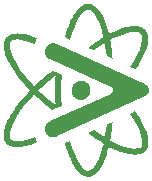
<source format=gto>
G04 #@! TF.GenerationSoftware,KiCad,Pcbnew,8.0.3*
G04 #@! TF.CreationDate,2024-07-12T23:03:37-04:00*
G04 #@! TF.ProjectId,pcb_ruler,7063625f-7275-46c6-9572-2e6b69636164,rev?*
G04 #@! TF.SameCoordinates,Original*
G04 #@! TF.FileFunction,Legend,Top*
G04 #@! TF.FilePolarity,Positive*
%FSLAX46Y46*%
G04 Gerber Fmt 4.6, Leading zero omitted, Abs format (unit mm)*
G04 Created by KiCad (PCBNEW 8.0.3) date 2024-07-12 23:03:37*
%MOMM*%
%LPD*%
G01*
G04 APERTURE LIST*
%ADD10C,0.000000*%
%ADD11C,0.200000*%
%ADD12C,0.300000*%
%ADD13C,9.400000*%
G04 APERTURE END LIST*
D10*
G36*
X80415892Y-134928003D02*
G01*
X80687188Y-134954753D01*
X80981243Y-135008361D01*
X81297176Y-135089136D01*
X81634105Y-135197388D01*
X81991146Y-135333424D01*
X81785681Y-135784869D01*
X81568200Y-135700947D01*
X81064665Y-135539303D01*
X80622728Y-135446699D01*
X80259779Y-135420654D01*
X79991449Y-135450833D01*
X79822390Y-135514084D01*
X79730173Y-135589325D01*
X79672296Y-135693505D01*
X79639636Y-135870859D01*
X79657439Y-136139989D01*
X79747123Y-136493043D01*
X79915821Y-136911829D01*
X80163429Y-137378984D01*
X80559477Y-137986285D01*
X81056810Y-138629140D01*
X81637240Y-139281504D01*
X81735632Y-139379482D01*
X81738965Y-139379068D01*
X81914282Y-139211038D01*
X82093495Y-139044058D01*
X82276497Y-138878346D01*
X82463181Y-138714120D01*
X82653439Y-138551595D01*
X82847164Y-138390990D01*
X83044248Y-138232523D01*
X83244584Y-138076409D01*
X83539347Y-138210325D01*
X83574900Y-138226477D01*
X84097865Y-138456748D01*
X84068448Y-138633766D01*
X84044247Y-138803538D01*
X84024888Y-138967155D01*
X84009996Y-139125708D01*
X83999199Y-139280286D01*
X83992122Y-139431981D01*
X83987633Y-139731081D01*
X83993538Y-140031733D01*
X84006846Y-140342659D01*
X84043708Y-141030234D01*
X83601358Y-141227431D01*
X83573660Y-141239833D01*
X83243757Y-141390315D01*
X83043289Y-141234181D01*
X82845920Y-141075711D01*
X82651808Y-140915116D01*
X82461111Y-140752608D01*
X82273987Y-140588397D01*
X82090593Y-140422694D01*
X81911089Y-140255710D01*
X81735632Y-140087656D01*
X81638067Y-140184807D01*
X81057637Y-140837584D01*
X80560304Y-141480026D01*
X80164255Y-142087740D01*
X79916648Y-142554482D01*
X79747950Y-142973681D01*
X79658265Y-143326321D01*
X79640463Y-143595865D01*
X79673123Y-143773219D01*
X79731000Y-143876985D01*
X79823216Y-143952639D01*
X79992276Y-144015891D01*
X80260606Y-144045657D01*
X80623555Y-144019612D01*
X81065492Y-143927008D01*
X81569027Y-143765777D01*
X81786508Y-143681441D01*
X81991973Y-144133300D01*
X81810997Y-144204809D01*
X81634941Y-144269331D01*
X81463914Y-144326905D01*
X81298028Y-144377570D01*
X81137393Y-144421363D01*
X80982118Y-144458324D01*
X80832314Y-144488492D01*
X80688091Y-144511906D01*
X80549558Y-144528603D01*
X80416827Y-144538624D01*
X80290008Y-144542006D01*
X80169209Y-144538788D01*
X80054543Y-144529009D01*
X79946118Y-144512708D01*
X79844045Y-144489924D01*
X79748435Y-144460694D01*
X79659396Y-144425059D01*
X79577040Y-144383056D01*
X79501476Y-144334725D01*
X79432816Y-144280104D01*
X79371168Y-144219232D01*
X79316643Y-144152147D01*
X79269351Y-144078889D01*
X79229402Y-143999496D01*
X79196907Y-143914006D01*
X79171975Y-143822459D01*
X79154717Y-143724894D01*
X79145243Y-143621348D01*
X79143664Y-143511861D01*
X79150088Y-143396472D01*
X79164626Y-143275219D01*
X79187390Y-143148140D01*
X79231235Y-142968133D01*
X79289418Y-142781425D01*
X79361528Y-142588515D01*
X79447152Y-142389900D01*
X79545879Y-142186078D01*
X79657297Y-141977548D01*
X79780994Y-141764808D01*
X79916557Y-141548356D01*
X80063576Y-141328690D01*
X80221639Y-141106307D01*
X80390333Y-140881707D01*
X80569246Y-140655387D01*
X80757967Y-140427845D01*
X80956084Y-140199580D01*
X81163185Y-139971089D01*
X81378858Y-139742871D01*
X81383431Y-139733362D01*
X81382833Y-139732535D01*
X82090779Y-139732535D01*
X82090779Y-139732949D01*
X82285056Y-139926425D01*
X82989096Y-140550263D01*
X83536039Y-140981451D01*
X83499825Y-140658680D01*
X83474982Y-140338054D01*
X83461059Y-140019984D01*
X83457601Y-139704882D01*
X83464154Y-139393159D01*
X83480265Y-139085227D01*
X83505480Y-138781496D01*
X83539347Y-138482379D01*
X82988682Y-138916047D01*
X82284668Y-139539885D01*
X82090779Y-139732535D01*
X81382833Y-139732535D01*
X81381339Y-139730468D01*
X81165036Y-139501829D01*
X80957388Y-139272900D01*
X80758801Y-139044184D01*
X80569680Y-138816180D01*
X80390431Y-138589391D01*
X80221457Y-138364317D01*
X80063166Y-138141460D01*
X79915963Y-137921320D01*
X79780252Y-137704399D01*
X79656439Y-137491197D01*
X79544930Y-137282217D01*
X79446130Y-137077959D01*
X79360443Y-136878924D01*
X79288277Y-136685613D01*
X79230035Y-136498528D01*
X79186124Y-136318170D01*
X79163364Y-136191092D01*
X79148831Y-136069842D01*
X79142414Y-135954458D01*
X79144003Y-135844978D01*
X79153487Y-135741442D01*
X79170757Y-135643887D01*
X79195702Y-135552353D01*
X79228212Y-135466877D01*
X79268176Y-135387499D01*
X79315484Y-135314257D01*
X79370027Y-135247189D01*
X79431693Y-135186335D01*
X79500372Y-135131732D01*
X79575955Y-135083420D01*
X79658330Y-135041437D01*
X79747388Y-135005821D01*
X79843018Y-134976611D01*
X79945110Y-134953846D01*
X80053554Y-134937564D01*
X80168239Y-134927804D01*
X80289055Y-134924604D01*
X80415892Y-134928003D01*
G37*
G36*
X83404296Y-135752124D02*
G01*
X83479348Y-135765523D01*
X83556406Y-135787720D01*
X83635258Y-135819182D01*
X91114284Y-139223625D01*
X91150944Y-139241924D01*
X91185836Y-139262633D01*
X91218878Y-139285624D01*
X91249986Y-139310768D01*
X91279079Y-139337935D01*
X91306075Y-139366996D01*
X91330890Y-139397822D01*
X91353442Y-139430284D01*
X91373650Y-139464252D01*
X91391431Y-139499598D01*
X91406702Y-139536192D01*
X91419382Y-139573905D01*
X91429387Y-139612607D01*
X91436635Y-139652170D01*
X91441045Y-139692465D01*
X91442533Y-139733362D01*
X91442159Y-139753878D01*
X91441045Y-139774259D01*
X91439200Y-139794489D01*
X91436635Y-139814553D01*
X91433361Y-139834434D01*
X91429387Y-139854117D01*
X91424724Y-139873583D01*
X91419382Y-139892819D01*
X91413371Y-139911807D01*
X91406702Y-139930532D01*
X91399386Y-139948977D01*
X91391431Y-139967126D01*
X91382849Y-139984963D01*
X91373650Y-140002471D01*
X91363845Y-140019636D01*
X91353442Y-140036440D01*
X91342454Y-140052867D01*
X91330890Y-140068901D01*
X91318760Y-140084527D01*
X91306075Y-140099728D01*
X91292844Y-140114487D01*
X91279079Y-140128789D01*
X91264790Y-140142617D01*
X91249986Y-140155956D01*
X91234679Y-140168788D01*
X91218878Y-140181099D01*
X91202594Y-140192872D01*
X91185836Y-140204091D01*
X91168617Y-140214739D01*
X91150944Y-140224800D01*
X91132830Y-140234259D01*
X91114284Y-140243099D01*
X83635258Y-143647541D01*
X83556406Y-143679003D01*
X83479348Y-143701200D01*
X83404296Y-143714599D01*
X83331463Y-143719667D01*
X83261061Y-143716870D01*
X83193302Y-143706674D01*
X83128398Y-143689547D01*
X83066563Y-143665955D01*
X83008009Y-143636365D01*
X82952948Y-143601243D01*
X82901592Y-143561055D01*
X82854154Y-143516269D01*
X82810846Y-143467351D01*
X82771880Y-143414767D01*
X82737470Y-143358985D01*
X82707827Y-143300471D01*
X82683164Y-143239691D01*
X82663694Y-143177111D01*
X82649628Y-143113200D01*
X82641179Y-143048423D01*
X82638560Y-142983246D01*
X82641982Y-142918137D01*
X82651659Y-142853562D01*
X82667802Y-142789988D01*
X82690625Y-142727881D01*
X82720339Y-142667707D01*
X82757157Y-142609934D01*
X82801292Y-142555028D01*
X82852955Y-142503456D01*
X82912360Y-142455684D01*
X82979718Y-142412179D01*
X83055242Y-142373407D01*
X88214616Y-140024404D01*
X88235617Y-140013950D01*
X88255596Y-140002124D01*
X88274509Y-139988998D01*
X88292308Y-139974645D01*
X88308948Y-139959139D01*
X88324383Y-139942553D01*
X88338566Y-139924959D01*
X88351452Y-139906432D01*
X88362995Y-139887043D01*
X88373148Y-139866867D01*
X88381865Y-139845976D01*
X88389101Y-139824444D01*
X88394808Y-139802343D01*
X88398943Y-139779747D01*
X88401457Y-139756729D01*
X88402305Y-139733362D01*
X88402092Y-139721638D01*
X88401457Y-139709990D01*
X88400405Y-139698428D01*
X88398943Y-139686959D01*
X88397075Y-139675594D01*
X88394808Y-139664343D01*
X88392148Y-139653213D01*
X88389101Y-139642216D01*
X88385671Y-139631359D01*
X88381865Y-139620652D01*
X88377689Y-139610105D01*
X88373148Y-139599726D01*
X88368248Y-139589526D01*
X88362995Y-139579513D01*
X88357394Y-139569696D01*
X88351452Y-139560086D01*
X88345174Y-139550690D01*
X88338566Y-139541520D01*
X88331634Y-139532583D01*
X88324383Y-139523889D01*
X88316819Y-139515447D01*
X88308948Y-139507268D01*
X88300776Y-139499359D01*
X88292308Y-139491730D01*
X88283551Y-139484391D01*
X88274509Y-139477351D01*
X88265189Y-139470619D01*
X88255596Y-139464205D01*
X88245737Y-139458117D01*
X88235617Y-139452365D01*
X88225241Y-139446959D01*
X88214616Y-139441907D01*
X83055242Y-137093316D01*
X82979718Y-137054545D01*
X82912360Y-137011039D01*
X82852955Y-136963267D01*
X82801292Y-136911695D01*
X82757157Y-136856789D01*
X82720339Y-136799016D01*
X82690625Y-136738843D01*
X82667802Y-136676736D01*
X82651659Y-136613161D01*
X82641982Y-136548586D01*
X82638560Y-136483477D01*
X82641179Y-136418301D01*
X82649628Y-136353523D01*
X82663694Y-136289612D01*
X82683164Y-136227033D01*
X82707827Y-136166253D01*
X82737470Y-136107738D01*
X82771880Y-136051956D01*
X82810846Y-135999373D01*
X82854154Y-135950455D01*
X82901592Y-135905668D01*
X82952948Y-135865481D01*
X83008009Y-135830359D01*
X83066563Y-135800768D01*
X83128398Y-135777176D01*
X83193302Y-135760049D01*
X83261061Y-135749854D01*
X83331463Y-135747057D01*
X83404296Y-135752124D01*
G37*
G36*
X85744094Y-138934570D02*
G01*
X85791751Y-138937999D01*
X85837846Y-138943626D01*
X85882377Y-138951377D01*
X85925345Y-138961178D01*
X85966751Y-138972956D01*
X86006594Y-138986639D01*
X86044874Y-139002153D01*
X86081591Y-139019424D01*
X86116746Y-139038379D01*
X86150337Y-139058946D01*
X86182366Y-139081051D01*
X86212833Y-139104621D01*
X86241736Y-139129582D01*
X86269078Y-139155861D01*
X86294856Y-139183386D01*
X86319072Y-139212083D01*
X86341726Y-139241878D01*
X86362817Y-139272698D01*
X86382345Y-139304471D01*
X86400311Y-139337123D01*
X86416715Y-139370580D01*
X86431556Y-139404770D01*
X86444835Y-139439620D01*
X86456551Y-139475055D01*
X86466706Y-139511003D01*
X86475298Y-139547391D01*
X86482327Y-139584145D01*
X86491700Y-139658460D01*
X86494824Y-139733362D01*
X86491700Y-139808264D01*
X86482327Y-139882578D01*
X86475298Y-139919333D01*
X86466706Y-139955721D01*
X86456551Y-139991669D01*
X86444835Y-140027104D01*
X86431556Y-140061953D01*
X86416715Y-140096143D01*
X86400311Y-140129601D01*
X86382345Y-140162252D01*
X86362817Y-140194025D01*
X86341726Y-140224846D01*
X86319072Y-140254641D01*
X86294856Y-140283337D01*
X86269078Y-140310862D01*
X86241736Y-140337141D01*
X86212833Y-140362103D01*
X86182366Y-140385672D01*
X86150337Y-140407777D01*
X86116746Y-140428344D01*
X86081591Y-140447300D01*
X86044874Y-140464571D01*
X86006594Y-140480084D01*
X85966751Y-140493767D01*
X85925345Y-140505545D01*
X85882377Y-140515347D01*
X85837846Y-140523097D01*
X85791751Y-140528724D01*
X85744094Y-140532154D01*
X85694874Y-140533313D01*
X85598000Y-140528724D01*
X85507376Y-140515346D01*
X85423002Y-140493765D01*
X85344878Y-140464567D01*
X85273004Y-140428339D01*
X85207380Y-140385666D01*
X85148006Y-140337134D01*
X85094881Y-140283328D01*
X85048007Y-140224836D01*
X85007382Y-140162242D01*
X84973008Y-140096133D01*
X84944883Y-140027094D01*
X84923008Y-139955711D01*
X84907384Y-139882571D01*
X84898009Y-139808259D01*
X84894884Y-139733362D01*
X84898009Y-139658464D01*
X84907384Y-139584152D01*
X84923008Y-139511012D01*
X84944883Y-139439629D01*
X84973008Y-139370591D01*
X85007382Y-139304481D01*
X85048007Y-139241887D01*
X85094881Y-139183395D01*
X85148006Y-139129590D01*
X85207380Y-139081057D01*
X85273004Y-139038384D01*
X85344878Y-139002156D01*
X85423002Y-138972958D01*
X85507376Y-138951378D01*
X85598000Y-138938000D01*
X85694874Y-138933410D01*
X85744094Y-138934570D01*
G37*
G36*
X90437647Y-141710708D02*
G01*
X90563096Y-141906925D01*
X90679219Y-142097978D01*
X90786131Y-142283817D01*
X90883944Y-142464391D01*
X90972775Y-142639649D01*
X91052735Y-142809539D01*
X91123941Y-142974012D01*
X91186506Y-143133016D01*
X91240543Y-143286500D01*
X91286168Y-143434415D01*
X91323494Y-143576708D01*
X91352636Y-143713329D01*
X91373708Y-143844227D01*
X91386823Y-143969351D01*
X91392096Y-144088651D01*
X91389594Y-144202733D01*
X91379376Y-144310804D01*
X91361561Y-144412813D01*
X91336263Y-144508706D01*
X91303597Y-144598432D01*
X91263681Y-144681938D01*
X91216629Y-144759172D01*
X91162558Y-144830082D01*
X91101583Y-144894615D01*
X91033820Y-144952720D01*
X90959384Y-145004344D01*
X90878392Y-145049434D01*
X90790960Y-145087939D01*
X90697202Y-145119806D01*
X90597236Y-145144983D01*
X90491176Y-145163417D01*
X90379139Y-145175057D01*
X90261239Y-145179850D01*
X90137594Y-145177744D01*
X90008319Y-145168687D01*
X89733340Y-145129508D01*
X89437230Y-145061896D01*
X89120915Y-144965433D01*
X88785321Y-144839701D01*
X88431374Y-144684281D01*
X88060000Y-144498756D01*
X87999921Y-144736520D01*
X87935597Y-144964905D01*
X87867166Y-145183537D01*
X87794761Y-145392041D01*
X87718518Y-145590045D01*
X87638573Y-145777173D01*
X87555058Y-145953052D01*
X87468111Y-146117309D01*
X87377866Y-146269568D01*
X87331549Y-146341083D01*
X87284458Y-146409457D01*
X87236610Y-146474646D01*
X87188022Y-146536601D01*
X87138711Y-146595277D01*
X87088693Y-146650627D01*
X87037986Y-146702603D01*
X86986607Y-146751159D01*
X86934571Y-146796249D01*
X86881897Y-146837826D01*
X86828601Y-146875842D01*
X86774700Y-146910251D01*
X86720211Y-146941007D01*
X86665150Y-146968063D01*
X86583028Y-147001084D01*
X86500756Y-147025537D01*
X86418412Y-147041513D01*
X86336072Y-147049102D01*
X86253812Y-147048393D01*
X86171709Y-147039477D01*
X86089839Y-147022445D01*
X86008278Y-146997385D01*
X85927102Y-146964388D01*
X85846389Y-146923545D01*
X85766215Y-146874946D01*
X85686655Y-146818679D01*
X85529685Y-146683508D01*
X85376091Y-146518753D01*
X85226484Y-146325134D01*
X85081475Y-146103372D01*
X84941675Y-145854189D01*
X84807695Y-145578305D01*
X84680145Y-145276442D01*
X84559637Y-144949320D01*
X84446783Y-144597660D01*
X84342192Y-144222183D01*
X84799838Y-144013410D01*
X84963962Y-144593840D01*
X85148369Y-145111845D01*
X85364583Y-145592228D01*
X85591521Y-145981249D01*
X85816416Y-146268156D01*
X86020667Y-146448403D01*
X86186006Y-146533981D01*
X86311709Y-146553410D01*
X86436146Y-146526539D01*
X86596110Y-146431867D01*
X86789587Y-146240458D01*
X86997972Y-145941148D01*
X87202611Y-145539312D01*
X87390687Y-145047766D01*
X87590778Y-144332150D01*
X87607728Y-144243267D01*
X87449155Y-144147507D01*
X87288334Y-144047084D01*
X87125285Y-143941900D01*
X86960032Y-143831860D01*
X86792595Y-143716867D01*
X86622995Y-143596824D01*
X86451255Y-143471635D01*
X86277396Y-143341204D01*
X86792068Y-143106800D01*
X87531660Y-143611988D01*
X87708626Y-143715341D01*
X87747048Y-143514009D01*
X87851667Y-142624761D01*
X88366338Y-142389944D01*
X88350855Y-142601546D01*
X88332644Y-142809834D01*
X88311766Y-143014702D01*
X88288284Y-143216045D01*
X88262260Y-143413758D01*
X88233755Y-143607734D01*
X88202833Y-143797870D01*
X88169554Y-143984059D01*
X88251022Y-144031600D01*
X88921963Y-144350754D01*
X89416403Y-144531829D01*
X89853793Y-144641383D01*
X90215941Y-144681070D01*
X90487966Y-144660813D01*
X90664105Y-144602522D01*
X90766192Y-144526041D01*
X90833991Y-144418141D01*
X90878226Y-144237893D01*
X90875771Y-143965455D01*
X90807533Y-143607440D01*
X90663278Y-143180387D01*
X90442904Y-142702069D01*
X90173360Y-142222926D01*
X89843457Y-141718151D01*
X90302757Y-141509378D01*
X90437647Y-141710708D01*
G37*
G36*
X86416372Y-132423958D02*
G01*
X86547899Y-132454056D01*
X86678033Y-132504811D01*
X86806388Y-132576049D01*
X86932576Y-132667593D01*
X87056212Y-132779265D01*
X87176907Y-132910890D01*
X87294275Y-133062291D01*
X87407929Y-133233291D01*
X87517483Y-133423714D01*
X87622549Y-133633384D01*
X87722741Y-133862123D01*
X87817672Y-134109755D01*
X87906954Y-134376105D01*
X87990202Y-134660994D01*
X88067028Y-134964247D01*
X88254474Y-134868073D01*
X88437684Y-134779457D01*
X88616542Y-134698347D01*
X88790933Y-134624691D01*
X88960742Y-134558438D01*
X89125853Y-134499534D01*
X89286152Y-134447929D01*
X89441522Y-134403569D01*
X89591848Y-134366404D01*
X89737016Y-134336381D01*
X89876909Y-134313449D01*
X90011413Y-134297555D01*
X90140412Y-134288647D01*
X90263791Y-134286673D01*
X90381434Y-134291582D01*
X90493227Y-134303321D01*
X90599053Y-134321838D01*
X90698798Y-134347082D01*
X90792347Y-134379000D01*
X90879583Y-134417541D01*
X90960392Y-134462652D01*
X91034658Y-134514281D01*
X91102265Y-134572378D01*
X91163100Y-134636888D01*
X91217046Y-134707761D01*
X91263988Y-134784945D01*
X91303810Y-134868387D01*
X91336398Y-134958036D01*
X91361636Y-135053840D01*
X91379409Y-135155746D01*
X91389600Y-135263703D01*
X91392096Y-135377659D01*
X91386831Y-135496963D01*
X91373722Y-135622101D01*
X91352653Y-135753020D01*
X91323513Y-135889667D01*
X91286186Y-136031991D01*
X91240559Y-136179941D01*
X91186519Y-136333463D01*
X91123951Y-136492505D01*
X91052741Y-136657016D01*
X90972777Y-136826944D01*
X90883943Y-137002237D01*
X90786127Y-137182842D01*
X90679214Y-137368707D01*
X90563091Y-137559781D01*
X90437643Y-137756012D01*
X90302757Y-137957347D01*
X89843897Y-137748574D01*
X90173799Y-137243385D01*
X90443317Y-136764654D01*
X90663666Y-136286337D01*
X90807972Y-135859283D01*
X90876598Y-135501269D01*
X90878639Y-135228831D01*
X90834430Y-135048170D01*
X90766605Y-134940270D01*
X90664492Y-134864202D01*
X90488379Y-134805911D01*
X90216354Y-134785654D01*
X89854206Y-134824928D01*
X89416817Y-134934482D01*
X88922402Y-135115556D01*
X88251410Y-135434709D01*
X88173275Y-135480185D01*
X88205209Y-135662699D01*
X88235103Y-135849987D01*
X88262871Y-136042092D01*
X88288426Y-136239057D01*
X88311681Y-136440924D01*
X88332549Y-136647736D01*
X88350944Y-136859536D01*
X88366777Y-137076367D01*
X87852054Y-136841962D01*
X87747487Y-135952714D01*
X87709014Y-135750970D01*
X87532074Y-135854322D01*
X86792068Y-136359511D01*
X86277396Y-136125107D01*
X86451319Y-135994621D01*
X86623115Y-135869372D01*
X86792766Y-135749268D01*
X86960252Y-135634214D01*
X87125554Y-135524116D01*
X87288653Y-135418882D01*
X87449531Y-135318418D01*
X87608167Y-135222629D01*
X87591192Y-135134159D01*
X87391126Y-134418544D01*
X87202999Y-133926998D01*
X86998360Y-133525575D01*
X86790000Y-133226266D01*
X86596550Y-133034443D01*
X86436534Y-132939772D01*
X86312097Y-132912900D01*
X86186445Y-132932744D01*
X86021495Y-133017906D01*
X85816856Y-133198154D01*
X85591960Y-133485062D01*
X85364971Y-133874495D01*
X85148757Y-134354466D01*
X84964789Y-134872470D01*
X84800251Y-135452900D01*
X84342192Y-135244127D01*
X84438206Y-134896019D01*
X84539404Y-134571571D01*
X84645400Y-134270606D01*
X84755805Y-133992947D01*
X84870233Y-133738418D01*
X84988298Y-133506843D01*
X85109612Y-133298045D01*
X85233789Y-133111847D01*
X85360442Y-132948073D01*
X85489184Y-132806547D01*
X85619628Y-132687091D01*
X85751387Y-132589530D01*
X85884075Y-132513686D01*
X86017304Y-132459384D01*
X86150688Y-132426446D01*
X86283839Y-132414696D01*
X86416372Y-132423958D01*
G37*
%LPC*%
D11*
X207000000Y-151130000D02*
X207000000Y-152400000D01*
X258000000Y-151130000D02*
X258000000Y-152400000D01*
X245000000Y-151130000D02*
X245000000Y-152400000D01*
X359000000Y-151130000D02*
X359000000Y-152400000D01*
X330200000Y-133350000D02*
X330200000Y-127000000D01*
X262000000Y-151130000D02*
X262000000Y-152400000D01*
X319087500Y-127000000D02*
X319087500Y-128270000D01*
X180000000Y-151130000D02*
X180000000Y-152400000D01*
X262731250Y-127000000D02*
X262731250Y-127635000D01*
X165893750Y-127000000D02*
X165893750Y-127635000D01*
X167000000Y-151130000D02*
X167000000Y-152400000D01*
X280987500Y-127000000D02*
X280987500Y-128270000D01*
X230187500Y-127000000D02*
X230187500Y-128270000D01*
X176212500Y-127000000D02*
X176212500Y-128270000D01*
X116000000Y-150495000D02*
X116000000Y-152400000D01*
X377031250Y-127000000D02*
X377031250Y-127635000D01*
X358000000Y-151130000D02*
X358000000Y-152400000D01*
X164306250Y-127000000D02*
X164306250Y-127635000D01*
X226218750Y-127000000D02*
X226218750Y-127635000D01*
X132000000Y-151130000D02*
X132000000Y-152400000D01*
X159000000Y-151130000D02*
X159000000Y-152400000D01*
X99218750Y-127000000D02*
X99218750Y-127635000D01*
X188118750Y-127000000D02*
X188118750Y-127635000D01*
X333375000Y-127000000D02*
X333375000Y-129540000D01*
X257175000Y-127000000D02*
X257175000Y-129540000D01*
X283368750Y-127000000D02*
X283368750Y-127635000D01*
X254793750Y-127000000D02*
X254793750Y-127635000D01*
X249237500Y-127000000D02*
X249237500Y-128270000D01*
X166000000Y-150495000D02*
X166000000Y-152400000D01*
X296068750Y-127000000D02*
X296068750Y-127635000D01*
X124618750Y-127000000D02*
X124618750Y-127635000D01*
X376237500Y-127000000D02*
X376237500Y-128270000D01*
X81756250Y-127000000D02*
X81756250Y-127635000D01*
X135731250Y-127000000D02*
X135731250Y-127635000D01*
X292893750Y-127000000D02*
X292893750Y-127635000D01*
X101600000Y-133350000D02*
X101600000Y-127000000D01*
X276225000Y-127000000D02*
X276225000Y-129540000D01*
X350000000Y-151130000D02*
X350000000Y-152400000D01*
X274637500Y-127000000D02*
X274637500Y-128270000D01*
X252000000Y-151130000D02*
X252000000Y-152400000D01*
X357981250Y-127000000D02*
X357981250Y-127635000D01*
X325000000Y-151130000D02*
X325000000Y-152400000D01*
X92868750Y-127000000D02*
X92868750Y-127635000D01*
X260000000Y-151130000D02*
X260000000Y-152400000D01*
X84931250Y-127000000D02*
X84931250Y-127635000D01*
X161925000Y-127000000D02*
X161925000Y-129540000D01*
X310356250Y-127000000D02*
X310356250Y-127635000D01*
X159543750Y-127000000D02*
X159543750Y-127635000D01*
X188000000Y-151130000D02*
X188000000Y-152400000D01*
X293687500Y-127000000D02*
X293687500Y-128270000D01*
X240506250Y-127000000D02*
X240506250Y-127635000D01*
X296862500Y-127000000D02*
X296862500Y-128270000D01*
X250031250Y-127000000D02*
X250031250Y-127635000D01*
X232000000Y-151130000D02*
X232000000Y-152400000D01*
X362743750Y-127000000D02*
X362743750Y-127635000D01*
X110000000Y-151130000D02*
X110000000Y-152400000D01*
X300037500Y-127000000D02*
X300037500Y-128270000D01*
X138906250Y-127000000D02*
X138906250Y-127635000D01*
X190500000Y-127000000D02*
X190500000Y-132080000D01*
X162718750Y-127000000D02*
X162718750Y-127635000D01*
X138000000Y-151130000D02*
X138000000Y-152400000D01*
X379000000Y-151130000D02*
X379000000Y-152400000D01*
X336000000Y-150495000D02*
X336000000Y-152400000D01*
X256381250Y-127000000D02*
X256381250Y-127635000D01*
X316706250Y-127000000D02*
X316706250Y-127635000D01*
X274000000Y-151130000D02*
X274000000Y-152400000D01*
X277812500Y-127000000D02*
X277812500Y-128270000D01*
X87312500Y-127000000D02*
X87312500Y-128270000D01*
X257000000Y-151130000D02*
X257000000Y-152400000D01*
X139700000Y-127000000D02*
X139700000Y-132080000D01*
X111918750Y-127000000D02*
X111918750Y-127635000D01*
X207168750Y-127000000D02*
X207168750Y-127635000D01*
X178000000Y-151130000D02*
X178000000Y-152400000D01*
X365125000Y-127000000D02*
X365125000Y-129540000D01*
X311943750Y-127000000D02*
X311943750Y-127635000D01*
X225425000Y-127000000D02*
X225425000Y-129540000D01*
X263000000Y-151130000D02*
X263000000Y-152400000D01*
X239000000Y-151130000D02*
X239000000Y-152400000D01*
X256000000Y-150495000D02*
X256000000Y-152400000D01*
X199231250Y-127000000D02*
X199231250Y-127635000D01*
X374650000Y-127000000D02*
X374650000Y-130810000D01*
X281000000Y-148590000D02*
X281000000Y-152400000D01*
X342900000Y-127000000D02*
X342900000Y-132080000D01*
X335000000Y-151130000D02*
X335000000Y-152400000D01*
X230000000Y-151130000D02*
X230000000Y-152400000D01*
X332581250Y-127000000D02*
X332581250Y-127635000D01*
X169068750Y-127000000D02*
X169068750Y-127635000D01*
X175000000Y-151130000D02*
X175000000Y-152400000D01*
X307181250Y-127000000D02*
X307181250Y-127635000D01*
X278606250Y-127000000D02*
X278606250Y-127635000D01*
X112712500Y-127000000D02*
X112712500Y-128270000D01*
X158000000Y-151130000D02*
X158000000Y-152400000D01*
X339000000Y-151130000D02*
X339000000Y-152400000D01*
X316000000Y-150495000D02*
X316000000Y-152400000D01*
X204000000Y-151130000D02*
X204000000Y-152400000D01*
X315000000Y-151130000D02*
X315000000Y-152400000D01*
X208000000Y-151130000D02*
X208000000Y-152400000D01*
X227012500Y-127000000D02*
X227012500Y-128270000D01*
X223000000Y-151130000D02*
X223000000Y-152400000D01*
X130175000Y-127000000D02*
X130175000Y-129540000D01*
X351000000Y-148590000D02*
X351000000Y-152400000D01*
X308000000Y-151130000D02*
X308000000Y-152400000D01*
X338137500Y-127000000D02*
X338137500Y-128270000D01*
X348456250Y-127000000D02*
X348456250Y-127635000D01*
X296000000Y-150495000D02*
X296000000Y-152400000D01*
X107000000Y-151130000D02*
X107000000Y-152400000D01*
X197643750Y-127000000D02*
X197643750Y-127635000D01*
X233362500Y-127000000D02*
X233362500Y-128270000D01*
X168000000Y-151130000D02*
X168000000Y-152400000D01*
X366000000Y-150495000D02*
X366000000Y-152400000D01*
X241300000Y-127000000D02*
X241300000Y-132080000D01*
X242887500Y-127000000D02*
X242887500Y-128270000D01*
X169862500Y-127000000D02*
X169862500Y-128270000D01*
X123825000Y-127000000D02*
X123825000Y-129540000D01*
X194468750Y-127000000D02*
X194468750Y-127635000D01*
X254000000Y-133350000D02*
X254000000Y-127000000D01*
X108743750Y-127000000D02*
X108743750Y-127635000D01*
X349000000Y-151130000D02*
X349000000Y-152400000D01*
X79375000Y-127000000D02*
X79375000Y-129540000D01*
X249000000Y-151130000D02*
X249000000Y-152400000D01*
X273000000Y-151130000D02*
X273000000Y-152400000D01*
X245268750Y-127000000D02*
X245268750Y-127635000D01*
X238918750Y-127000000D02*
X238918750Y-127635000D01*
X320675000Y-127000000D02*
X320675000Y-129540000D01*
X77787500Y-127000000D02*
X77787500Y-128270000D01*
X293000000Y-151130000D02*
X293000000Y-152400000D01*
X284000000Y-151130000D02*
X284000000Y-152400000D01*
X200000000Y-151130000D02*
X200000000Y-152400000D01*
X242000000Y-151130000D02*
X242000000Y-152400000D01*
X125412500Y-127000000D02*
X125412500Y-128270000D01*
X85000000Y-151130000D02*
X85000000Y-152400000D01*
X79000000Y-151130000D02*
X79000000Y-152400000D01*
X205581250Y-127000000D02*
X205581250Y-127635000D01*
X148431250Y-127000000D02*
X148431250Y-127635000D01*
X142081250Y-127000000D02*
X142081250Y-127635000D01*
X80000000Y-151130000D02*
X80000000Y-152400000D01*
X286000000Y-150495000D02*
X286000000Y-152400000D01*
X312000000Y-151130000D02*
X312000000Y-152400000D01*
X124000000Y-151130000D02*
X124000000Y-152400000D01*
X119000000Y-151130000D02*
X119000000Y-152400000D01*
X143000000Y-151130000D02*
X143000000Y-152400000D01*
X233000000Y-151130000D02*
X233000000Y-152400000D01*
X330000000Y-151130000D02*
X330000000Y-152400000D01*
X156000000Y-150495000D02*
X156000000Y-152400000D01*
X140493750Y-127000000D02*
X140493750Y-127635000D01*
X327818750Y-127000000D02*
X327818750Y-127635000D01*
X261000000Y-148590000D02*
X261000000Y-152400000D01*
X217487500Y-127000000D02*
X217487500Y-128270000D01*
X356393750Y-127000000D02*
X356393750Y-127635000D01*
X193000000Y-151130000D02*
X193000000Y-152400000D01*
X344000000Y-151130000D02*
X344000000Y-152400000D01*
X216000000Y-150495000D02*
X216000000Y-152400000D01*
X187000000Y-151130000D02*
X187000000Y-152400000D01*
X82550000Y-127000000D02*
X82550000Y-130810000D01*
X123031250Y-127000000D02*
X123031250Y-127635000D01*
X324643750Y-127000000D02*
X324643750Y-127635000D01*
X174625000Y-127000000D02*
X174625000Y-129540000D01*
X197000000Y-151130000D02*
X197000000Y-152400000D01*
X103187500Y-127000000D02*
X103187500Y-128270000D01*
X173000000Y-151130000D02*
X173000000Y-152400000D01*
X264318750Y-127000000D02*
X264318750Y-127635000D01*
X339725000Y-127000000D02*
X339725000Y-129540000D01*
X119856250Y-127000000D02*
X119856250Y-127635000D01*
X269081250Y-127000000D02*
X269081250Y-127635000D01*
X192087500Y-127000000D02*
X192087500Y-128270000D01*
X323056250Y-127000000D02*
X323056250Y-127635000D01*
X220662500Y-127000000D02*
X220662500Y-128270000D01*
X115093750Y-127000000D02*
X115093750Y-127635000D01*
X354806250Y-127000000D02*
X354806250Y-127635000D01*
X181768750Y-127000000D02*
X181768750Y-127635000D01*
X111125000Y-127000000D02*
X111125000Y-129540000D01*
X338931250Y-127000000D02*
X338931250Y-127635000D01*
X170000000Y-151130000D02*
X170000000Y-152400000D01*
X323000000Y-151130000D02*
X323000000Y-152400000D01*
X338000000Y-151130000D02*
X338000000Y-152400000D01*
X191000000Y-148590000D02*
X191000000Y-152400000D01*
X219000000Y-151130000D02*
X219000000Y-152400000D01*
X134143750Y-127000000D02*
X134143750Y-127635000D01*
X308768750Y-127000000D02*
X308768750Y-127635000D01*
X373062500Y-127000000D02*
X373062500Y-128270000D01*
X158750000Y-127000000D02*
X158750000Y-130810000D01*
X348000000Y-151130000D02*
X348000000Y-152400000D01*
X202000000Y-151130000D02*
X202000000Y-152400000D01*
X148000000Y-151130000D02*
X148000000Y-152400000D01*
X280000000Y-151130000D02*
X280000000Y-152400000D01*
X126000000Y-150495000D02*
X126000000Y-152400000D01*
X153193750Y-127000000D02*
X153193750Y-127635000D01*
X214000000Y-151130000D02*
X214000000Y-152400000D01*
X364000000Y-151130000D02*
X364000000Y-152400000D01*
X112000000Y-151130000D02*
X112000000Y-152400000D01*
X299243750Y-127000000D02*
X299243750Y-127635000D01*
X131000000Y-148590000D02*
X131000000Y-152400000D01*
X116681250Y-127000000D02*
X116681250Y-127635000D01*
X177000000Y-151130000D02*
X177000000Y-152400000D01*
X309562500Y-127000000D02*
X309562500Y-128270000D01*
X152400000Y-133350000D02*
X152400000Y-127000000D01*
X379412500Y-127000000D02*
X379412500Y-128270000D01*
X253000000Y-151130000D02*
X253000000Y-152400000D01*
X361156250Y-127000000D02*
X361156250Y-127635000D01*
X141287500Y-127000000D02*
X141287500Y-128270000D01*
X137318750Y-127000000D02*
X137318750Y-127635000D01*
X324000000Y-151130000D02*
X324000000Y-152400000D01*
X312737500Y-127000000D02*
X312737500Y-128270000D01*
X134000000Y-151130000D02*
X134000000Y-152400000D01*
X78581250Y-127000000D02*
X78581250Y-127635000D01*
X95250000Y-127000000D02*
X95250000Y-130810000D01*
X370000000Y-151130000D02*
X370000000Y-152400000D01*
X270668750Y-127000000D02*
X270668750Y-127635000D01*
X155575000Y-127000000D02*
X155575000Y-129540000D01*
X115000000Y-151130000D02*
X115000000Y-152400000D01*
X213000000Y-151130000D02*
X213000000Y-152400000D01*
X219075000Y-127000000D02*
X219075000Y-129540000D01*
X257968750Y-127000000D02*
X257968750Y-127635000D01*
X193675000Y-127000000D02*
X193675000Y-129540000D01*
X146000000Y-150495000D02*
X146000000Y-152400000D01*
X114300000Y-127000000D02*
X114300000Y-132080000D01*
X88106250Y-127000000D02*
X88106250Y-127635000D01*
X268287500Y-127000000D02*
X268287500Y-128270000D01*
X304006250Y-127000000D02*
X304006250Y-127635000D01*
X232568750Y-127000000D02*
X232568750Y-127635000D01*
X151606250Y-127000000D02*
X151606250Y-127635000D01*
X218281250Y-127000000D02*
X218281250Y-127635000D01*
X363537500Y-127000000D02*
X363537500Y-128270000D01*
X144000000Y-151130000D02*
X144000000Y-152400000D01*
X81000000Y-148590000D02*
X81000000Y-152400000D01*
X104775000Y-127000000D02*
X104775000Y-129540000D01*
X347000000Y-151130000D02*
X347000000Y-152400000D01*
X350837500Y-127000000D02*
X350837500Y-128270000D01*
X285750000Y-127000000D02*
X285750000Y-130810000D01*
X93662500Y-127000000D02*
X93662500Y-128270000D01*
X172243750Y-127000000D02*
X172243750Y-127635000D01*
X345000000Y-151130000D02*
X345000000Y-152400000D01*
X349250000Y-127000000D02*
X349250000Y-130810000D01*
X150000000Y-151130000D02*
X150000000Y-152400000D01*
X129000000Y-151130000D02*
X129000000Y-152400000D01*
X130968750Y-127000000D02*
X130968750Y-127635000D01*
X359568750Y-127000000D02*
X359568750Y-127635000D01*
X244000000Y-151130000D02*
X244000000Y-152400000D01*
X131762500Y-127000000D02*
X131762500Y-128270000D01*
X224631250Y-127000000D02*
X224631250Y-127635000D01*
X221000000Y-148590000D02*
X221000000Y-152400000D01*
X119062500Y-127000000D02*
X119062500Y-128270000D01*
X227806250Y-127000000D02*
X227806250Y-127635000D01*
X113000000Y-151130000D02*
X113000000Y-152400000D01*
X327025000Y-127000000D02*
X327025000Y-129540000D01*
X187325000Y-127000000D02*
X187325000Y-129540000D01*
X126206250Y-127000000D02*
X126206250Y-127635000D01*
X165000000Y-151130000D02*
X165000000Y-152400000D01*
X102000000Y-151130000D02*
X102000000Y-152400000D01*
X101000000Y-148590000D02*
X101000000Y-152400000D01*
X211000000Y-148590000D02*
X211000000Y-152400000D01*
X309000000Y-151130000D02*
X309000000Y-152400000D01*
X288131250Y-127000000D02*
X288131250Y-127635000D01*
X236000000Y-150495000D02*
X236000000Y-152400000D01*
X299000000Y-151130000D02*
X299000000Y-152400000D01*
X180975000Y-127000000D02*
X180975000Y-129540000D01*
X128587500Y-127000000D02*
X128587500Y-128270000D01*
X222000000Y-151130000D02*
X222000000Y-152400000D01*
X266000000Y-150495000D02*
X266000000Y-152400000D01*
X94456250Y-127000000D02*
X94456250Y-127635000D01*
X147000000Y-151130000D02*
X147000000Y-152400000D01*
X371475000Y-127000000D02*
X371475000Y-129540000D01*
X127000000Y-151130000D02*
X127000000Y-152400000D01*
X328612500Y-127000000D02*
X328612500Y-128270000D01*
X192881250Y-127000000D02*
X192881250Y-127635000D01*
X91281250Y-127000000D02*
X91281250Y-127635000D01*
X213518750Y-127000000D02*
X213518750Y-127635000D01*
X243000000Y-151130000D02*
X243000000Y-152400000D01*
X163512500Y-127000000D02*
X163512500Y-128270000D01*
X273050000Y-127000000D02*
X273050000Y-130810000D01*
X161000000Y-148590000D02*
X161000000Y-152400000D01*
X369887500Y-127000000D02*
X369887500Y-128270000D01*
X177800000Y-133350000D02*
X177800000Y-127000000D01*
X356000000Y-150495000D02*
X356000000Y-152400000D01*
X334962500Y-127000000D02*
X334962500Y-128270000D01*
X319881250Y-127000000D02*
X319881250Y-127635000D01*
X196850000Y-127000000D02*
X196850000Y-130810000D01*
X331787500Y-127000000D02*
X331787500Y-128270000D01*
X180181250Y-127000000D02*
X180181250Y-127635000D01*
X195262500Y-127000000D02*
X195262500Y-128270000D01*
X123000000Y-151130000D02*
X123000000Y-152400000D01*
X297000000Y-151130000D02*
X297000000Y-152400000D01*
X281781250Y-127000000D02*
X281781250Y-127635000D01*
X109537500Y-127000000D02*
X109537500Y-128270000D01*
X173037500Y-127000000D02*
X173037500Y-128270000D01*
X246062500Y-127000000D02*
X246062500Y-128270000D01*
X203000000Y-151130000D02*
X203000000Y-152400000D01*
X219868750Y-127000000D02*
X219868750Y-127635000D01*
X341000000Y-148590000D02*
X341000000Y-152400000D01*
X331000000Y-148590000D02*
X331000000Y-152400000D01*
X328000000Y-151130000D02*
X328000000Y-152400000D01*
X228000000Y-151130000D02*
X228000000Y-152400000D01*
X247650000Y-127000000D02*
X247650000Y-130810000D01*
X189000000Y-151130000D02*
X189000000Y-152400000D01*
X210000000Y-151130000D02*
X210000000Y-152400000D01*
X352425000Y-127000000D02*
X352425000Y-129540000D01*
X365918750Y-127000000D02*
X365918750Y-127635000D01*
X361000000Y-148590000D02*
X361000000Y-152400000D01*
X319000000Y-151130000D02*
X319000000Y-152400000D01*
X121443750Y-127000000D02*
X121443750Y-127635000D01*
X251000000Y-148590000D02*
X251000000Y-152400000D01*
X127000000Y-133350000D02*
X127000000Y-127000000D01*
X265906250Y-127000000D02*
X265906250Y-127635000D01*
X117000000Y-151130000D02*
X117000000Y-152400000D01*
X150812500Y-127000000D02*
X150812500Y-128270000D01*
X154781250Y-127000000D02*
X154781250Y-127635000D01*
X329406250Y-127000000D02*
X329406250Y-127635000D01*
X298450000Y-127000000D02*
X298450000Y-130810000D01*
X111000000Y-148590000D02*
X111000000Y-152400000D01*
X149225000Y-127000000D02*
X149225000Y-129540000D01*
X269000000Y-151130000D02*
X269000000Y-152400000D01*
X165100000Y-127000000D02*
X165100000Y-132080000D01*
X156368750Y-127000000D02*
X156368750Y-127635000D01*
X186531250Y-127000000D02*
X186531250Y-127635000D01*
X270000000Y-151130000D02*
X270000000Y-152400000D01*
X265000000Y-151130000D02*
X265000000Y-152400000D01*
X145000000Y-151130000D02*
X145000000Y-152400000D01*
X336550000Y-127000000D02*
X336550000Y-130810000D01*
X146843750Y-127000000D02*
X146843750Y-127635000D01*
X369000000Y-151130000D02*
X369000000Y-152400000D01*
X307000000Y-151130000D02*
X307000000Y-152400000D01*
X211931250Y-127000000D02*
X211931250Y-127635000D01*
X271462500Y-127000000D02*
X271462500Y-128270000D01*
X215900000Y-127000000D02*
X215900000Y-132080000D01*
X200025000Y-127000000D02*
X200025000Y-129540000D01*
X244475000Y-127000000D02*
X244475000Y-129540000D01*
X304000000Y-151130000D02*
X304000000Y-152400000D01*
X238000000Y-151130000D02*
X238000000Y-152400000D01*
X272000000Y-151130000D02*
X272000000Y-152400000D01*
X278000000Y-151130000D02*
X278000000Y-152400000D01*
X222250000Y-127000000D02*
X222250000Y-130810000D01*
X265112500Y-127000000D02*
X265112500Y-128270000D01*
X179387500Y-127000000D02*
X179387500Y-128270000D01*
X215000000Y-151130000D02*
X215000000Y-152400000D01*
X243681250Y-127000000D02*
X243681250Y-127635000D01*
X174000000Y-151130000D02*
X174000000Y-152400000D01*
X289718750Y-127000000D02*
X289718750Y-127635000D01*
X300000000Y-151130000D02*
X300000000Y-152400000D01*
X283000000Y-151130000D02*
X283000000Y-152400000D01*
X303212500Y-127000000D02*
X303212500Y-128270000D01*
X292000000Y-151130000D02*
X292000000Y-152400000D01*
X372000000Y-151130000D02*
X372000000Y-152400000D01*
X210343750Y-127000000D02*
X210343750Y-127635000D01*
X209550000Y-127000000D02*
X209550000Y-130810000D01*
X96837500Y-127000000D02*
X96837500Y-128270000D01*
X295275000Y-127000000D02*
X295275000Y-129540000D01*
X216693750Y-127000000D02*
X216693750Y-127635000D01*
X237331250Y-127000000D02*
X237331250Y-127635000D01*
X212000000Y-151130000D02*
X212000000Y-152400000D01*
X342000000Y-151130000D02*
X342000000Y-152400000D01*
X133350000Y-127000000D02*
X133350000Y-130810000D01*
X163000000Y-151130000D02*
X163000000Y-152400000D01*
X314000000Y-151130000D02*
X314000000Y-152400000D01*
X347662500Y-127000000D02*
X347662500Y-128270000D01*
X142875000Y-127000000D02*
X142875000Y-129540000D01*
X185737500Y-127000000D02*
X185737500Y-128270000D01*
X208756250Y-127000000D02*
X208756250Y-127635000D01*
X121000000Y-148590000D02*
X121000000Y-152400000D01*
X298000000Y-151130000D02*
X298000000Y-152400000D01*
X346000000Y-150495000D02*
X346000000Y-152400000D01*
X346075000Y-127000000D02*
X346075000Y-129540000D01*
X157956250Y-127000000D02*
X157956250Y-127635000D01*
X280193750Y-127000000D02*
X280193750Y-127635000D01*
X205000000Y-151130000D02*
X205000000Y-152400000D01*
X182562500Y-127000000D02*
X182562500Y-128270000D01*
X150018750Y-127000000D02*
X150018750Y-127635000D01*
X231775000Y-127000000D02*
X231775000Y-129540000D01*
X290512500Y-127000000D02*
X290512500Y-128270000D01*
X212725000Y-127000000D02*
X212725000Y-129540000D01*
X242093750Y-127000000D02*
X242093750Y-127635000D01*
X226000000Y-150495000D02*
X226000000Y-152400000D01*
X303000000Y-151130000D02*
X303000000Y-152400000D01*
X302418750Y-127000000D02*
X302418750Y-127635000D01*
X351631250Y-127000000D02*
X351631250Y-127635000D01*
X82000000Y-151130000D02*
X82000000Y-152400000D01*
X282575000Y-127000000D02*
X282575000Y-129540000D01*
X292100000Y-127000000D02*
X292100000Y-132080000D01*
X279000000Y-151130000D02*
X279000000Y-152400000D01*
X237000000Y-151130000D02*
X237000000Y-152400000D01*
X168275000Y-127000000D02*
X168275000Y-129540000D01*
X355600000Y-133350000D02*
X355600000Y-127000000D01*
X321000000Y-148590000D02*
X321000000Y-152400000D01*
X203200000Y-133350000D02*
X203200000Y-127000000D01*
X353218750Y-127000000D02*
X353218750Y-127635000D01*
X373000000Y-151130000D02*
X373000000Y-152400000D01*
X83343750Y-127000000D02*
X83343750Y-127635000D01*
X287337500Y-127000000D02*
X287337500Y-128270000D01*
X80168750Y-127000000D02*
X80168750Y-127635000D01*
X258762500Y-127000000D02*
X258762500Y-128270000D01*
X153000000Y-151130000D02*
X153000000Y-152400000D01*
X305593750Y-127000000D02*
X305593750Y-127635000D01*
X157000000Y-151130000D02*
X157000000Y-152400000D01*
X335756250Y-127000000D02*
X335756250Y-127635000D01*
X343693750Y-127000000D02*
X343693750Y-127635000D01*
X288925000Y-127000000D02*
X288925000Y-129540000D01*
X162000000Y-151130000D02*
X162000000Y-152400000D01*
X317000000Y-151130000D02*
X317000000Y-152400000D01*
X330993750Y-127000000D02*
X330993750Y-127635000D01*
X364331250Y-127000000D02*
X364331250Y-127635000D01*
X248443750Y-127000000D02*
X248443750Y-127635000D01*
X285000000Y-151130000D02*
X285000000Y-152400000D01*
X77000000Y-151130000D02*
X77000000Y-152400000D01*
X343000000Y-151130000D02*
X343000000Y-152400000D01*
X315912500Y-127000000D02*
X315912500Y-128270000D01*
X340000000Y-151130000D02*
X340000000Y-152400000D01*
X284162500Y-127000000D02*
X284162500Y-128270000D01*
X231000000Y-148590000D02*
X231000000Y-152400000D01*
X250825000Y-127000000D02*
X250825000Y-129540000D01*
X103981250Y-127000000D02*
X103981250Y-127635000D01*
X291306250Y-127000000D02*
X291306250Y-127635000D01*
X286543750Y-127000000D02*
X286543750Y-127635000D01*
X195000000Y-151130000D02*
X195000000Y-152400000D01*
X176000000Y-150495000D02*
X176000000Y-152400000D01*
X332000000Y-151130000D02*
X332000000Y-152400000D01*
X142000000Y-151130000D02*
X142000000Y-152400000D01*
X259556250Y-127000000D02*
X259556250Y-127635000D01*
X321468750Y-127000000D02*
X321468750Y-127635000D01*
X310000000Y-151130000D02*
X310000000Y-152400000D01*
X275000000Y-151130000D02*
X275000000Y-152400000D01*
X306000000Y-150495000D02*
X306000000Y-152400000D01*
X118268750Y-127000000D02*
X118268750Y-127635000D01*
X267000000Y-151130000D02*
X267000000Y-152400000D01*
X259000000Y-151130000D02*
X259000000Y-152400000D01*
X300831250Y-127000000D02*
X300831250Y-127635000D01*
X227000000Y-151130000D02*
X227000000Y-152400000D01*
X224000000Y-151130000D02*
X224000000Y-152400000D01*
X322000000Y-151130000D02*
X322000000Y-152400000D01*
X189706250Y-127000000D02*
X189706250Y-127635000D01*
X184150000Y-127000000D02*
X184150000Y-130810000D01*
X320000000Y-151130000D02*
X320000000Y-152400000D01*
X161131250Y-127000000D02*
X161131250Y-127635000D01*
X311000000Y-148590000D02*
X311000000Y-152400000D01*
X360000000Y-151130000D02*
X360000000Y-152400000D01*
X118000000Y-151130000D02*
X118000000Y-152400000D01*
X221456250Y-127000000D02*
X221456250Y-127635000D01*
X378000000Y-151130000D02*
X378000000Y-152400000D01*
X183356250Y-127000000D02*
X183356250Y-127635000D01*
X86518750Y-127000000D02*
X86518750Y-127635000D01*
X114000000Y-151130000D02*
X114000000Y-152400000D01*
X175418750Y-127000000D02*
X175418750Y-127635000D01*
X202406250Y-127000000D02*
X202406250Y-127635000D01*
X127793750Y-127000000D02*
X127793750Y-127635000D01*
X290000000Y-151130000D02*
X290000000Y-152400000D01*
X289000000Y-151130000D02*
X289000000Y-152400000D01*
X201612500Y-127000000D02*
X201612500Y-128270000D01*
X295000000Y-151130000D02*
X295000000Y-152400000D01*
X372268750Y-127000000D02*
X372268750Y-127635000D01*
X268000000Y-151130000D02*
X268000000Y-152400000D01*
X358775000Y-127000000D02*
X358775000Y-129540000D01*
X291000000Y-148590000D02*
X291000000Y-152400000D01*
X345281250Y-127000000D02*
X345281250Y-127635000D01*
X333000000Y-151130000D02*
X333000000Y-152400000D01*
X152000000Y-151130000D02*
X152000000Y-152400000D01*
X341312500Y-127000000D02*
X341312500Y-128270000D01*
X315118750Y-127000000D02*
X315118750Y-127635000D01*
X337000000Y-151130000D02*
X337000000Y-152400000D01*
X239712500Y-127000000D02*
X239712500Y-128270000D01*
X129381250Y-127000000D02*
X129381250Y-127635000D01*
X128000000Y-151130000D02*
X128000000Y-152400000D01*
X305000000Y-151130000D02*
X305000000Y-152400000D01*
X380000000Y-151130000D02*
X380000000Y-152400000D01*
X136000000Y-150495000D02*
X136000000Y-152400000D01*
X196000000Y-150495000D02*
X196000000Y-152400000D01*
X350043750Y-127000000D02*
X350043750Y-127635000D01*
X353000000Y-151130000D02*
X353000000Y-152400000D01*
X277018750Y-127000000D02*
X277018750Y-127635000D01*
X223837500Y-127000000D02*
X223837500Y-128270000D01*
X185000000Y-151130000D02*
X185000000Y-152400000D01*
X253206250Y-127000000D02*
X253206250Y-127635000D01*
X209000000Y-151130000D02*
X209000000Y-152400000D01*
X143668750Y-127000000D02*
X143668750Y-127635000D01*
X166687500Y-127000000D02*
X166687500Y-128270000D01*
X380206250Y-127000000D02*
X380206250Y-127635000D01*
X188912500Y-127000000D02*
X188912500Y-128270000D01*
X122000000Y-151130000D02*
X122000000Y-152400000D01*
X318000000Y-151130000D02*
X318000000Y-152400000D01*
X240000000Y-151130000D02*
X240000000Y-152400000D01*
X201000000Y-148590000D02*
X201000000Y-152400000D01*
X234950000Y-127000000D02*
X234950000Y-130810000D01*
X378618750Y-127000000D02*
X378618750Y-127635000D01*
X110331250Y-127000000D02*
X110331250Y-127635000D01*
X365000000Y-151130000D02*
X365000000Y-152400000D01*
X153987500Y-127000000D02*
X153987500Y-128270000D01*
X146050000Y-127000000D02*
X146050000Y-130810000D01*
X377000000Y-151130000D02*
X377000000Y-152400000D01*
X80962500Y-127000000D02*
X80962500Y-128270000D01*
X122237500Y-127000000D02*
X122237500Y-128270000D01*
X294000000Y-151130000D02*
X294000000Y-152400000D01*
X370681250Y-127000000D02*
X370681250Y-127635000D01*
X78000000Y-151130000D02*
X78000000Y-152400000D01*
X325437500Y-127000000D02*
X325437500Y-128270000D01*
X277000000Y-151130000D02*
X277000000Y-152400000D01*
X354012500Y-127000000D02*
X354012500Y-128270000D01*
X342106250Y-127000000D02*
X342106250Y-127635000D01*
X190000000Y-151130000D02*
X190000000Y-152400000D01*
X88900000Y-127000000D02*
X88900000Y-132080000D01*
X225000000Y-151130000D02*
X225000000Y-152400000D01*
X361950000Y-127000000D02*
X361950000Y-130810000D01*
X125000000Y-151130000D02*
X125000000Y-152400000D01*
X230981250Y-127000000D02*
X230981250Y-127635000D01*
X97631250Y-127000000D02*
X97631250Y-127635000D01*
X266700000Y-127000000D02*
X266700000Y-132080000D01*
X301000000Y-148590000D02*
X301000000Y-152400000D01*
X108000000Y-151130000D02*
X108000000Y-152400000D01*
X106362500Y-127000000D02*
X106362500Y-128270000D01*
X100806250Y-127000000D02*
X100806250Y-127635000D01*
X137000000Y-151130000D02*
X137000000Y-152400000D01*
X302000000Y-151130000D02*
X302000000Y-152400000D01*
X376000000Y-150495000D02*
X376000000Y-152400000D01*
X145256250Y-127000000D02*
X145256250Y-127635000D01*
X217000000Y-151130000D02*
X217000000Y-152400000D01*
X287000000Y-151130000D02*
X287000000Y-152400000D01*
X311150000Y-127000000D02*
X311150000Y-130810000D01*
X367506250Y-127000000D02*
X367506250Y-127635000D01*
X130000000Y-151130000D02*
X130000000Y-152400000D01*
X183000000Y-151130000D02*
X183000000Y-152400000D01*
X106000000Y-150495000D02*
X106000000Y-152400000D01*
X307975000Y-127000000D02*
X307975000Y-129540000D01*
X369093750Y-127000000D02*
X369093750Y-127635000D01*
X215106250Y-127000000D02*
X215106250Y-127635000D01*
X371000000Y-148590000D02*
X371000000Y-152400000D01*
X326000000Y-150495000D02*
X326000000Y-152400000D01*
X171450000Y-127000000D02*
X171450000Y-130810000D01*
X89693750Y-127000000D02*
X89693750Y-127635000D01*
X144462500Y-127000000D02*
X144462500Y-128270000D01*
X326231250Y-127000000D02*
X326231250Y-127635000D01*
X192000000Y-151130000D02*
X192000000Y-152400000D01*
X248000000Y-151130000D02*
X248000000Y-152400000D01*
X327000000Y-151130000D02*
X327000000Y-152400000D01*
X279400000Y-133350000D02*
X279400000Y-127000000D01*
X234156250Y-127000000D02*
X234156250Y-127635000D01*
X203993750Y-127000000D02*
X203993750Y-127635000D01*
X198000000Y-151130000D02*
X198000000Y-152400000D01*
X167481250Y-127000000D02*
X167481250Y-127635000D01*
X184943750Y-127000000D02*
X184943750Y-127635000D01*
X228600000Y-133350000D02*
X228600000Y-127000000D01*
X264000000Y-151130000D02*
X264000000Y-152400000D01*
X375000000Y-151130000D02*
X375000000Y-152400000D01*
X85725000Y-127000000D02*
X85725000Y-129540000D01*
X323850000Y-127000000D02*
X323850000Y-130810000D01*
X357187500Y-127000000D02*
X357187500Y-128270000D01*
X235000000Y-151130000D02*
X235000000Y-152400000D01*
X141000000Y-148590000D02*
X141000000Y-152400000D01*
X104000000Y-151130000D02*
X104000000Y-152400000D01*
X255000000Y-151130000D02*
X255000000Y-152400000D01*
X223043750Y-127000000D02*
X223043750Y-127635000D01*
X251618750Y-127000000D02*
X251618750Y-127635000D01*
X337343750Y-127000000D02*
X337343750Y-127635000D01*
X214312500Y-127000000D02*
X214312500Y-128270000D01*
X229000000Y-151130000D02*
X229000000Y-152400000D01*
X313000000Y-151130000D02*
X313000000Y-152400000D01*
X218000000Y-151130000D02*
X218000000Y-152400000D01*
X282000000Y-151130000D02*
X282000000Y-152400000D01*
X184000000Y-151130000D02*
X184000000Y-152400000D01*
X340518750Y-127000000D02*
X340518750Y-127635000D01*
X375443750Y-127000000D02*
X375443750Y-127635000D01*
X107156250Y-127000000D02*
X107156250Y-127635000D01*
X83000000Y-151130000D02*
X83000000Y-152400000D01*
X102393750Y-127000000D02*
X102393750Y-127635000D01*
X181000000Y-148590000D02*
X181000000Y-152400000D01*
X204787500Y-127000000D02*
X204787500Y-128270000D01*
X367000000Y-151130000D02*
X367000000Y-152400000D01*
X276000000Y-150495000D02*
X276000000Y-152400000D01*
X160337500Y-127000000D02*
X160337500Y-128270000D01*
X98425000Y-127000000D02*
X98425000Y-129540000D01*
X254000000Y-151130000D02*
X254000000Y-152400000D01*
X284956250Y-127000000D02*
X284956250Y-127635000D01*
X304800000Y-133350000D02*
X304800000Y-127000000D01*
X362000000Y-151130000D02*
X362000000Y-152400000D01*
X179000000Y-151130000D02*
X179000000Y-152400000D01*
X267493750Y-127000000D02*
X267493750Y-127635000D01*
X107950000Y-127000000D02*
X107950000Y-130810000D01*
X178593750Y-127000000D02*
X178593750Y-127635000D01*
X273843750Y-127000000D02*
X273843750Y-127635000D01*
X139000000Y-151130000D02*
X139000000Y-152400000D01*
X229393750Y-127000000D02*
X229393750Y-127635000D01*
X164000000Y-151130000D02*
X164000000Y-152400000D01*
X250000000Y-151130000D02*
X250000000Y-152400000D01*
X171000000Y-148590000D02*
X171000000Y-152400000D01*
X155000000Y-151130000D02*
X155000000Y-152400000D01*
X172000000Y-151130000D02*
X172000000Y-152400000D01*
X120650000Y-127000000D02*
X120650000Y-130810000D01*
X196056250Y-127000000D02*
X196056250Y-127635000D01*
X360362500Y-127000000D02*
X360362500Y-128270000D01*
X177006250Y-127000000D02*
X177006250Y-127635000D01*
X368300000Y-127000000D02*
X368300000Y-132080000D01*
X117475000Y-127000000D02*
X117475000Y-129540000D01*
X169000000Y-151130000D02*
X169000000Y-152400000D01*
X191293750Y-127000000D02*
X191293750Y-127635000D01*
X199000000Y-151130000D02*
X199000000Y-152400000D01*
X238125000Y-127000000D02*
X238125000Y-129540000D01*
X81000000Y-148590000D02*
X81000000Y-152400000D01*
X352000000Y-151130000D02*
X352000000Y-152400000D01*
X234000000Y-151130000D02*
X234000000Y-152400000D01*
X334168750Y-127000000D02*
X334168750Y-127635000D01*
X275431250Y-127000000D02*
X275431250Y-127635000D01*
X220000000Y-151130000D02*
X220000000Y-152400000D01*
X306387500Y-127000000D02*
X306387500Y-128270000D01*
X76993750Y-127000000D02*
X76993750Y-127635000D01*
X170656250Y-127000000D02*
X170656250Y-127635000D01*
X317500000Y-127000000D02*
X317500000Y-132080000D01*
X334000000Y-151130000D02*
X334000000Y-152400000D01*
X294481250Y-127000000D02*
X294481250Y-127635000D01*
X288000000Y-151130000D02*
X288000000Y-152400000D01*
X149000000Y-151130000D02*
X149000000Y-152400000D01*
X271000000Y-148590000D02*
X271000000Y-152400000D01*
X322262500Y-127000000D02*
X322262500Y-128270000D01*
X113506250Y-127000000D02*
X113506250Y-127635000D01*
X261143750Y-127000000D02*
X261143750Y-127635000D01*
X206000000Y-150495000D02*
X206000000Y-152400000D01*
X154000000Y-151130000D02*
X154000000Y-152400000D01*
X346868750Y-127000000D02*
X346868750Y-127635000D01*
X194000000Y-151130000D02*
X194000000Y-152400000D01*
X236537500Y-127000000D02*
X236537500Y-128270000D01*
X84000000Y-151130000D02*
X84000000Y-152400000D01*
X109000000Y-151130000D02*
X109000000Y-152400000D01*
X297656250Y-127000000D02*
X297656250Y-127635000D01*
X100012500Y-127000000D02*
X100012500Y-128270000D01*
X301625000Y-127000000D02*
X301625000Y-129540000D01*
X151000000Y-148590000D02*
X151000000Y-152400000D01*
X260350000Y-127000000D02*
X260350000Y-130810000D01*
X246856250Y-127000000D02*
X246856250Y-127635000D01*
X84137500Y-127000000D02*
X84137500Y-128270000D01*
X200818750Y-127000000D02*
X200818750Y-127635000D01*
X373856250Y-127000000D02*
X373856250Y-127635000D01*
X92075000Y-127000000D02*
X92075000Y-129540000D01*
X105000000Y-151130000D02*
X105000000Y-152400000D01*
X252412500Y-127000000D02*
X252412500Y-128270000D01*
X206375000Y-127000000D02*
X206375000Y-129540000D01*
X211137500Y-127000000D02*
X211137500Y-128270000D01*
X160000000Y-151130000D02*
X160000000Y-152400000D01*
X313531250Y-127000000D02*
X313531250Y-127635000D01*
X318293750Y-127000000D02*
X318293750Y-127635000D01*
X134937500Y-127000000D02*
X134937500Y-128270000D01*
X269875000Y-127000000D02*
X269875000Y-129540000D01*
X132556250Y-127000000D02*
X132556250Y-127635000D01*
X329000000Y-151130000D02*
X329000000Y-152400000D01*
X247000000Y-151130000D02*
X247000000Y-152400000D01*
X263525000Y-127000000D02*
X263525000Y-129540000D01*
X135000000Y-151130000D02*
X135000000Y-152400000D01*
X344487500Y-127000000D02*
X344487500Y-128270000D01*
X255587500Y-127000000D02*
X255587500Y-128270000D01*
X96043750Y-127000000D02*
X96043750Y-127635000D01*
X103000000Y-151130000D02*
X103000000Y-152400000D01*
X374000000Y-151130000D02*
X374000000Y-152400000D01*
X366712500Y-127000000D02*
X366712500Y-128270000D01*
X115887500Y-127000000D02*
X115887500Y-128270000D01*
X136525000Y-127000000D02*
X136525000Y-129540000D01*
X157162500Y-127000000D02*
X157162500Y-128270000D01*
X246000000Y-150495000D02*
X246000000Y-152400000D01*
X355000000Y-151130000D02*
X355000000Y-152400000D01*
X357000000Y-151130000D02*
X357000000Y-152400000D01*
X314325000Y-127000000D02*
X314325000Y-129540000D01*
X147637500Y-127000000D02*
X147637500Y-128270000D01*
X368000000Y-151130000D02*
X368000000Y-152400000D01*
X140000000Y-151130000D02*
X140000000Y-152400000D01*
X261937500Y-127000000D02*
X261937500Y-128270000D01*
X363000000Y-151130000D02*
X363000000Y-152400000D01*
X182000000Y-151130000D02*
X182000000Y-152400000D01*
X120000000Y-151130000D02*
X120000000Y-152400000D01*
X198437500Y-127000000D02*
X198437500Y-128270000D01*
X207962500Y-127000000D02*
X207962500Y-128270000D01*
X186000000Y-150495000D02*
X186000000Y-152400000D01*
X377825000Y-127000000D02*
X377825000Y-129540000D01*
X173831250Y-127000000D02*
X173831250Y-127635000D01*
X138112500Y-127000000D02*
X138112500Y-128270000D01*
X354000000Y-151130000D02*
X354000000Y-152400000D01*
X90487500Y-127000000D02*
X90487500Y-128270000D01*
X133000000Y-151130000D02*
X133000000Y-152400000D01*
X105568750Y-127000000D02*
X105568750Y-127635000D01*
X241000000Y-148590000D02*
X241000000Y-152400000D01*
X272256250Y-127000000D02*
X272256250Y-127635000D01*
X235743750Y-127000000D02*
X235743750Y-127635000D01*
D12*
G36*
X272860641Y-146927055D02*
G01*
X272860641Y-146590000D01*
X274154151Y-146590000D01*
X274154151Y-146927055D01*
X273674459Y-146927055D01*
X273674459Y-148141919D01*
X274083810Y-147883021D01*
X274276273Y-148198583D01*
X273634403Y-148606468D01*
X273232379Y-148606468D01*
X273232379Y-146927055D01*
X272860641Y-146927055D01*
G37*
G36*
X271139218Y-146927055D02*
G01*
X271139218Y-146590000D01*
X272432728Y-146590000D01*
X272432728Y-146927055D01*
X271953035Y-146927055D01*
X271953035Y-148141919D01*
X272362386Y-147883021D01*
X272554849Y-148198583D01*
X271912979Y-148606468D01*
X271510955Y-148606468D01*
X271510955Y-146927055D01*
X271139218Y-146927055D01*
G37*
G36*
X192860641Y-146927055D02*
G01*
X192860641Y-146590000D01*
X194154151Y-146590000D01*
X194154151Y-146927055D01*
X193674459Y-146927055D01*
X193674459Y-148141919D01*
X194083810Y-147883021D01*
X194276273Y-148198583D01*
X193634403Y-148606468D01*
X193232379Y-148606468D01*
X193232379Y-146927055D01*
X192860641Y-146927055D01*
G37*
G36*
X192445917Y-146816657D02*
G01*
X192339588Y-146846634D01*
X192240724Y-146879473D01*
X192149326Y-146915175D01*
X192049504Y-146961794D01*
X191960431Y-147012536D01*
X191894417Y-147057969D01*
X191813343Y-147128140D01*
X191744938Y-147207007D01*
X191689203Y-147294569D01*
X191646136Y-147390826D01*
X191627215Y-147449734D01*
X191705594Y-147385033D01*
X191793722Y-147331481D01*
X191811863Y-147322728D01*
X191908763Y-147290471D01*
X192010437Y-147278182D01*
X192033635Y-147277787D01*
X192137754Y-147287254D01*
X192235177Y-147315653D01*
X192317934Y-147357899D01*
X192399688Y-147421046D01*
X192468975Y-147499663D01*
X192521144Y-147584556D01*
X192560814Y-147680660D01*
X192585792Y-147786400D01*
X192595709Y-147889805D01*
X192596371Y-147926008D01*
X192590417Y-148032162D01*
X192572557Y-148131294D01*
X192538232Y-148234424D01*
X192501116Y-148308492D01*
X192441851Y-148394745D01*
X192371766Y-148469406D01*
X192290863Y-148532475D01*
X192241241Y-148562505D01*
X192145436Y-148606426D01*
X192043216Y-148635972D01*
X191934582Y-148651145D01*
X191871458Y-148653363D01*
X191768529Y-148648478D01*
X191660512Y-148630930D01*
X191562754Y-148600621D01*
X191465038Y-148551270D01*
X191380189Y-148487544D01*
X191308091Y-148411221D01*
X191248744Y-148322302D01*
X191221283Y-148267459D01*
X191185380Y-148173243D01*
X191159734Y-148071821D01*
X191144347Y-147963194D01*
X191139298Y-147862235D01*
X191139218Y-147847362D01*
X191142378Y-147729054D01*
X191142411Y-147728660D01*
X191607187Y-147728660D01*
X191607943Y-147834859D01*
X191613513Y-147945215D01*
X191626061Y-148053476D01*
X191648060Y-148152497D01*
X191654082Y-148171228D01*
X191708189Y-148259636D01*
X191796506Y-148307240D01*
X191874389Y-148316308D01*
X191971615Y-148298917D01*
X192054411Y-148241687D01*
X192068318Y-148225450D01*
X192114810Y-148135255D01*
X192135637Y-148032742D01*
X192140125Y-147943105D01*
X192133065Y-147840332D01*
X192105954Y-147744711D01*
X192067829Y-147688115D01*
X191982224Y-147630942D01*
X191892951Y-147614842D01*
X191795521Y-147626101D01*
X191742009Y-147643663D01*
X191652871Y-147693271D01*
X191607187Y-147728660D01*
X191142411Y-147728660D01*
X191151859Y-147616543D01*
X191167661Y-147509827D01*
X191189784Y-147408908D01*
X191218227Y-147313784D01*
X191260702Y-147207287D01*
X191268666Y-147190348D01*
X191321938Y-147093067D01*
X191385033Y-147002724D01*
X191457951Y-146919319D01*
X191540692Y-146842852D01*
X191633256Y-146773323D01*
X191666294Y-146751688D01*
X191753761Y-146700722D01*
X191848550Y-146653762D01*
X191950663Y-146610810D01*
X192060097Y-146571864D01*
X192176854Y-146536926D01*
X192275532Y-146511861D01*
X192352616Y-146494745D01*
X192445917Y-146816657D01*
G37*
G36*
X304031471Y-133291521D02*
G01*
X304139487Y-133309069D01*
X304237245Y-133339378D01*
X304334962Y-133388729D01*
X304419811Y-133452455D01*
X304491909Y-133528778D01*
X304551255Y-133617697D01*
X304578716Y-133672540D01*
X304614620Y-133766756D01*
X304640265Y-133868178D01*
X304655653Y-133976805D01*
X304660702Y-134077764D01*
X304660782Y-134092637D01*
X304657621Y-134210945D01*
X304648140Y-134323456D01*
X304632338Y-134430172D01*
X304610216Y-134531091D01*
X304581772Y-134626215D01*
X304539297Y-134732712D01*
X304531333Y-134749651D01*
X304478061Y-134846932D01*
X304414967Y-134937275D01*
X304342049Y-135020680D01*
X304259307Y-135097147D01*
X304166743Y-135166676D01*
X304133706Y-135188311D01*
X304046239Y-135239277D01*
X303951449Y-135286237D01*
X303849337Y-135329189D01*
X303739902Y-135368135D01*
X303623145Y-135403073D01*
X303524467Y-135428138D01*
X303447383Y-135445254D01*
X303354082Y-135123342D01*
X303460412Y-135093365D01*
X303559275Y-135060526D01*
X303650673Y-135024824D01*
X303750496Y-134978205D01*
X303839568Y-134927463D01*
X303905583Y-134882030D01*
X303986657Y-134811859D01*
X304055061Y-134732992D01*
X304110797Y-134645430D01*
X304153863Y-134549173D01*
X304172784Y-134490265D01*
X304094405Y-134554966D01*
X304006278Y-134608518D01*
X303988137Y-134617271D01*
X303891236Y-134649528D01*
X303789563Y-134661817D01*
X303766364Y-134662212D01*
X303662245Y-134652745D01*
X303564822Y-134624346D01*
X303482066Y-134582100D01*
X303400311Y-134518953D01*
X303331024Y-134440336D01*
X303278856Y-134355443D01*
X303239185Y-134259339D01*
X303214208Y-134153599D01*
X303204290Y-134050194D01*
X303203629Y-134013991D01*
X303204588Y-133996894D01*
X303659874Y-133996894D01*
X303666935Y-134099667D01*
X303694046Y-134195288D01*
X303732170Y-134251884D01*
X303817776Y-134309057D01*
X303907048Y-134325157D01*
X304004478Y-134313898D01*
X304057990Y-134296336D01*
X304147128Y-134246728D01*
X304192812Y-134211339D01*
X304192057Y-134105140D01*
X304186487Y-133994784D01*
X304173939Y-133886523D01*
X304151940Y-133787502D01*
X304145918Y-133768771D01*
X304091810Y-133680363D01*
X304003494Y-133632759D01*
X303925611Y-133623691D01*
X303828385Y-133641082D01*
X303745588Y-133698312D01*
X303731682Y-133714549D01*
X303685189Y-133804744D01*
X303664362Y-133907257D01*
X303659874Y-133996894D01*
X303204588Y-133996894D01*
X303209582Y-133907837D01*
X303227443Y-133808705D01*
X303261768Y-133705575D01*
X303298884Y-133631507D01*
X303358149Y-133545254D01*
X303428233Y-133470593D01*
X303509137Y-133407524D01*
X303558758Y-133377494D01*
X303654564Y-133333573D01*
X303756784Y-133304027D01*
X303865418Y-133288854D01*
X303928542Y-133286636D01*
X304031471Y-133291521D01*
G37*
G36*
X253036706Y-135406175D02*
G01*
X252605862Y-135272819D01*
X253348360Y-133693056D01*
X252473971Y-133693056D01*
X252473971Y-133356001D01*
X253808025Y-133356001D01*
X253808025Y-133659351D01*
X253036706Y-135406175D01*
G37*
G36*
X242860641Y-146927055D02*
G01*
X242860641Y-146590000D01*
X244154151Y-146590000D01*
X244154151Y-146927055D01*
X243674459Y-146927055D01*
X243674459Y-148141919D01*
X244083810Y-147883021D01*
X244276273Y-148198583D01*
X243634403Y-148606468D01*
X243232379Y-148606468D01*
X243232379Y-146927055D01*
X242860641Y-146927055D01*
G37*
G36*
X241331681Y-147840523D02*
G01*
X241331681Y-147364738D01*
X241131890Y-147364738D01*
X241131890Y-147027683D01*
X241331681Y-147027683D01*
X241331681Y-146590000D01*
X241766433Y-146590000D01*
X241769364Y-147027683D01*
X242593440Y-147027683D01*
X242593440Y-147323217D01*
X242040962Y-148652875D01*
X241654570Y-148508771D01*
X242125470Y-147364738D01*
X241767899Y-147364738D01*
X241714654Y-147840523D01*
X241331681Y-147840523D01*
G37*
G36*
X101460782Y-135012944D02*
G01*
X101460782Y-135350000D01*
X100167272Y-135350000D01*
X100167272Y-135012944D01*
X100646964Y-135012944D01*
X100646964Y-133798080D01*
X100237613Y-134056978D01*
X100045150Y-133741416D01*
X100687020Y-133333531D01*
X101089044Y-133333531D01*
X101089044Y-135012944D01*
X101460782Y-135012944D01*
G37*
G36*
X113650034Y-148646524D02*
G01*
X113541316Y-148641517D01*
X113441817Y-148626496D01*
X113340902Y-148597628D01*
X113270481Y-148566413D01*
X113182363Y-148511286D01*
X113109128Y-148446047D01*
X113045760Y-148362602D01*
X113040893Y-148354410D01*
X112996951Y-148261079D01*
X112971249Y-148162439D01*
X112963712Y-148068157D01*
X112970484Y-147969423D01*
X112990800Y-147872463D01*
X113004745Y-147828311D01*
X113046710Y-147730879D01*
X113095695Y-147645037D01*
X113139078Y-147580648D01*
X113203354Y-147496366D01*
X113271399Y-147415780D01*
X113339993Y-147340385D01*
X113386740Y-147291465D01*
X113457733Y-147219764D01*
X113535645Y-147143576D01*
X113607933Y-147074699D01*
X113685304Y-147002526D01*
X113767759Y-146927055D01*
X112917794Y-146927055D01*
X112966643Y-146590000D01*
X114288974Y-146590000D01*
X114288974Y-146899699D01*
X114214286Y-146974215D01*
X114143487Y-147045415D01*
X114063659Y-147126479D01*
X113989431Y-147202769D01*
X113920800Y-147274284D01*
X113878157Y-147319309D01*
X113808674Y-147393931D01*
X113737050Y-147473547D01*
X113666398Y-147555888D01*
X113612421Y-147622658D01*
X113550328Y-147707241D01*
X113497995Y-147791745D01*
X113469295Y-147849804D01*
X113437054Y-147947013D01*
X113426308Y-148040314D01*
X113439678Y-148139302D01*
X113487702Y-148227932D01*
X113496161Y-148237173D01*
X113580181Y-148291395D01*
X113677741Y-148309187D01*
X113693509Y-148309469D01*
X113793208Y-148297877D01*
X113885119Y-148259958D01*
X113890369Y-148256713D01*
X113967041Y-148192764D01*
X114031580Y-148113899D01*
X114051081Y-148085254D01*
X114329518Y-148317773D01*
X114262499Y-148397337D01*
X114187288Y-148467319D01*
X114103886Y-148527717D01*
X114054012Y-148557131D01*
X113955699Y-148600344D01*
X113858254Y-148626882D01*
X113751344Y-148642247D01*
X113650034Y-148646524D01*
G37*
G36*
X111963293Y-146533824D02*
G01*
X112394137Y-146667180D01*
X111651639Y-148246943D01*
X112526029Y-148246943D01*
X112526029Y-148583998D01*
X111191974Y-148583998D01*
X111191974Y-148280648D01*
X111963293Y-146533824D01*
G37*
G36*
X202957711Y-133746771D02*
G01*
X202907397Y-134083826D01*
X202179065Y-134083826D01*
X202179065Y-134521998D01*
X202272373Y-134485629D01*
X202330007Y-134471684D01*
X202426899Y-134458330D01*
X202473622Y-134456541D01*
X202576235Y-134465776D01*
X202672499Y-134493483D01*
X202754501Y-134534699D01*
X202835699Y-134596119D01*
X202904661Y-134673587D01*
X202956734Y-134757936D01*
X202996662Y-134854403D01*
X203019954Y-134950604D01*
X203031266Y-135055691D01*
X203032449Y-135105250D01*
X203026282Y-135203527D01*
X203004601Y-135307885D01*
X202967309Y-135405674D01*
X202933775Y-135467218D01*
X202872441Y-135551698D01*
X202798896Y-135625436D01*
X202713141Y-135688432D01*
X202660223Y-135718788D01*
X202569060Y-135758752D01*
X202470447Y-135787298D01*
X202364384Y-135804425D01*
X202265469Y-135810045D01*
X202250872Y-135810135D01*
X202145787Y-135805250D01*
X202046930Y-135790595D01*
X201943160Y-135762431D01*
X201867900Y-135731977D01*
X201778607Y-135683917D01*
X201698124Y-135627666D01*
X201619031Y-135555557D01*
X201590440Y-135523882D01*
X201851780Y-135282570D01*
X201918819Y-135355700D01*
X201999984Y-135415170D01*
X202017376Y-135424719D01*
X202113974Y-135460990D01*
X202215213Y-135473080D01*
X202316299Y-135461535D01*
X202409722Y-135422609D01*
X202468249Y-135375382D01*
X202526592Y-135293729D01*
X202558008Y-135195314D01*
X202563992Y-135120393D01*
X202556741Y-135014262D01*
X202528897Y-134914611D01*
X202489742Y-134854657D01*
X202410394Y-134797505D01*
X202310653Y-134775345D01*
X202295813Y-134775033D01*
X202198273Y-134785466D01*
X202179065Y-134789688D01*
X202084268Y-134824584D01*
X202051570Y-134841956D01*
X201745778Y-134841956D01*
X201745778Y-133746771D01*
X202957711Y-133746771D01*
G37*
G36*
X227988637Y-133299441D02*
G01*
X228091219Y-133319209D01*
X228125680Y-133329623D01*
X228221765Y-133368742D01*
X228306687Y-133419239D01*
X228317167Y-133426831D01*
X228145220Y-133713572D01*
X228058323Y-133663640D01*
X228022122Y-133650558D01*
X227925493Y-133631782D01*
X227893650Y-133630530D01*
X227788329Y-133647442D01*
X227695361Y-133698179D01*
X227621563Y-133773656D01*
X227567081Y-133864014D01*
X227530979Y-133961329D01*
X227508906Y-134059603D01*
X227495716Y-134170126D01*
X227494557Y-134186915D01*
X227570500Y-134119251D01*
X227653861Y-134067871D01*
X227694836Y-134049651D01*
X227791260Y-134019597D01*
X227892290Y-134006073D01*
X227912212Y-134005687D01*
X228015544Y-134014922D01*
X228111949Y-134042629D01*
X228193580Y-134083845D01*
X228274442Y-134146063D01*
X228343068Y-134225252D01*
X228394836Y-134311967D01*
X228434249Y-134411783D01*
X228457240Y-134512547D01*
X228467750Y-134610809D01*
X228469574Y-134676378D01*
X228464171Y-134775540D01*
X228445173Y-134881843D01*
X228412496Y-134982582D01*
X228383112Y-135046650D01*
X228328995Y-135135290D01*
X228263363Y-135213265D01*
X228186216Y-135280576D01*
X228138381Y-135313363D01*
X228044718Y-135361298D01*
X227941781Y-135393545D01*
X227842496Y-135409039D01*
X227763224Y-135412526D01*
X227656226Y-135406498D01*
X227558346Y-135388414D01*
X227460287Y-135354182D01*
X227424215Y-135336322D01*
X227341296Y-135282856D01*
X227261657Y-135211260D01*
X227199775Y-135134553D01*
X227194138Y-135126273D01*
X227143200Y-135038966D01*
X227101517Y-134943740D01*
X227069088Y-134840595D01*
X227063713Y-134819016D01*
X227043641Y-134719496D01*
X227030139Y-134616576D01*
X227023205Y-134510256D01*
X227022616Y-134475122D01*
X227494557Y-134475122D01*
X227498112Y-134583119D01*
X227507078Y-134695485D01*
X227521233Y-134793172D01*
X227547057Y-134897199D01*
X227557572Y-134926482D01*
X227609175Y-135011307D01*
X227698439Y-135066159D01*
X227768597Y-135075471D01*
X227867493Y-135054246D01*
X227944401Y-134984401D01*
X227956176Y-134964584D01*
X227994762Y-134866830D01*
X228012919Y-134763000D01*
X228015771Y-134696406D01*
X228011173Y-134589326D01*
X227993064Y-134484792D01*
X227957641Y-134403803D01*
X227882644Y-134337101D01*
X227794487Y-134318318D01*
X227692993Y-134333631D01*
X227598559Y-134379569D01*
X227519604Y-134447099D01*
X227494557Y-134475122D01*
X227022616Y-134475122D01*
X227022191Y-134449720D01*
X227024732Y-134345266D01*
X227032352Y-134244699D01*
X227048203Y-134129152D01*
X227071370Y-134019202D01*
X227101853Y-133914851D01*
X227126239Y-133848394D01*
X227168382Y-133754577D01*
X227216777Y-133668761D01*
X227281137Y-133578758D01*
X227354007Y-133499648D01*
X227423238Y-133440509D01*
X227511468Y-133383217D01*
X227606897Y-133339997D01*
X227709526Y-133310849D01*
X227819354Y-133295772D01*
X227885346Y-133293475D01*
X227988637Y-133299441D01*
G37*
G36*
X311963293Y-146533824D02*
G01*
X312394137Y-146667180D01*
X311651639Y-148246943D01*
X312526028Y-148246943D01*
X312526028Y-148583998D01*
X311191974Y-148583998D01*
X311191974Y-148280648D01*
X311963293Y-146533824D01*
G37*
G36*
X371139217Y-146927055D02*
G01*
X371139217Y-146590000D01*
X372432727Y-146590000D01*
X372432727Y-146927055D01*
X371953035Y-146927055D01*
X371953035Y-148141919D01*
X372362386Y-147883021D01*
X372554849Y-148198583D01*
X371912979Y-148606468D01*
X371510955Y-148606468D01*
X371510955Y-146927055D01*
X371139217Y-146927055D01*
G37*
G36*
X301970931Y-146531400D02*
G01*
X302078635Y-146545505D01*
X302176386Y-146569869D01*
X302274458Y-146609539D01*
X302359505Y-146659797D01*
X302438865Y-146725246D01*
X302502291Y-146800809D01*
X302518212Y-146825450D01*
X302564379Y-146920459D01*
X302591382Y-147020779D01*
X302599301Y-147116587D01*
X302589617Y-147221144D01*
X302560566Y-147316828D01*
X302512146Y-147403639D01*
X302500138Y-147419937D01*
X302431483Y-147495242D01*
X302349471Y-147559957D01*
X302264240Y-147609145D01*
X302233425Y-147623635D01*
X302320217Y-147685946D01*
X302396845Y-147755259D01*
X302453732Y-147825380D01*
X302497695Y-147919450D01*
X302517388Y-148015798D01*
X302521632Y-148095512D01*
X302513093Y-148198400D01*
X302483975Y-148300997D01*
X302434193Y-148392512D01*
X302366690Y-148471952D01*
X302284411Y-148537655D01*
X302196789Y-148585464D01*
X302098939Y-148621270D01*
X301993457Y-148643815D01*
X301891997Y-148652766D01*
X301856803Y-148653363D01*
X301751548Y-148648224D01*
X301653402Y-148632807D01*
X301552690Y-148603621D01*
X301514863Y-148588394D01*
X301428090Y-148542399D01*
X301347296Y-148479351D01*
X301281855Y-148403258D01*
X301234020Y-148315391D01*
X301206041Y-148217018D01*
X301197836Y-148118471D01*
X301200547Y-148092581D01*
X301630145Y-148092581D01*
X301644312Y-148191011D01*
X301686810Y-148270390D01*
X301768486Y-148327268D01*
X301856803Y-148340732D01*
X301955233Y-148325223D01*
X302028750Y-148278695D01*
X302078123Y-148190200D01*
X302089810Y-148095512D01*
X302072225Y-147998304D01*
X302019469Y-147919658D01*
X301936135Y-147857419D01*
X301844429Y-147811646D01*
X301799650Y-147793628D01*
X301721690Y-147861434D01*
X301666293Y-147937243D01*
X301635229Y-148031124D01*
X301630145Y-148092581D01*
X301200547Y-148092581D01*
X301208346Y-148018087D01*
X301243452Y-147921741D01*
X301272574Y-147875205D01*
X301340512Y-147800078D01*
X301423667Y-147733745D01*
X301506559Y-147681277D01*
X301412922Y-147627665D01*
X301332780Y-147569413D01*
X301258750Y-147498333D01*
X301212979Y-147438988D01*
X301164035Y-147348570D01*
X301133218Y-147251951D01*
X301120529Y-147149131D01*
X301120291Y-147135150D01*
X301573970Y-147135150D01*
X301586489Y-147235905D01*
X301613537Y-147297815D01*
X301680169Y-147369485D01*
X301736635Y-147406259D01*
X301825865Y-147449736D01*
X301921604Y-147488111D01*
X301954500Y-147500048D01*
X302033390Y-147435690D01*
X302094207Y-147355945D01*
X302132675Y-147260568D01*
X302145298Y-147163289D01*
X302145498Y-147148339D01*
X302131660Y-147047613D01*
X302086122Y-146958992D01*
X302073202Y-146943663D01*
X301989403Y-146886862D01*
X301891600Y-146865765D01*
X301856803Y-146864528D01*
X301757427Y-146875863D01*
X301664891Y-146921909D01*
X301641869Y-146945129D01*
X301590944Y-147032934D01*
X301573970Y-147135150D01*
X301120291Y-147135150D01*
X301120166Y-147127822D01*
X301130094Y-147022386D01*
X301159879Y-146921683D01*
X301204186Y-146834242D01*
X301264712Y-146753814D01*
X301341267Y-146683499D01*
X301423871Y-146628862D01*
X301454291Y-146612470D01*
X301554008Y-146571383D01*
X301653674Y-146546149D01*
X301763721Y-146531541D01*
X301868526Y-146527473D01*
X301970931Y-146531400D01*
G37*
G36*
X351940334Y-148646524D02*
G01*
X351836622Y-148642036D01*
X351729508Y-148626258D01*
X351632517Y-148599120D01*
X351573481Y-148574717D01*
X351485849Y-148525210D01*
X351405653Y-148460063D01*
X351342427Y-148383719D01*
X351293609Y-148291189D01*
X351267323Y-148191653D01*
X351262316Y-148121402D01*
X351271126Y-148017641D01*
X351301580Y-147916127D01*
X351353787Y-147829116D01*
X351373690Y-147805840D01*
X351450360Y-147736870D01*
X351541149Y-147680780D01*
X351634933Y-147641312D01*
X351668736Y-147630474D01*
X351570733Y-147611454D01*
X351471429Y-147577283D01*
X351383716Y-147529588D01*
X351331681Y-147490279D01*
X351261871Y-147407465D01*
X351221149Y-147311397D01*
X351202533Y-147208877D01*
X351199301Y-147136615D01*
X351208365Y-147034500D01*
X351235556Y-146938206D01*
X351280874Y-146847731D01*
X351292113Y-146830334D01*
X351357639Y-146749629D01*
X351438812Y-146679705D01*
X351525245Y-146625991D01*
X351556873Y-146610027D01*
X351659200Y-146570121D01*
X351759110Y-146545613D01*
X351867447Y-146531424D01*
X351969155Y-146527473D01*
X352077446Y-146532175D01*
X352180058Y-146546280D01*
X352276992Y-146569788D01*
X352368247Y-146602700D01*
X352463383Y-146649884D01*
X352550405Y-146706805D01*
X352629312Y-146773463D01*
X352669643Y-146814703D01*
X352414165Y-147056503D01*
X352341087Y-146984089D01*
X352255174Y-146926119D01*
X352222679Y-146910446D01*
X352127683Y-146879057D01*
X352028200Y-146865246D01*
X351998952Y-146864528D01*
X351895935Y-146875313D01*
X351801542Y-146911338D01*
X351758129Y-146941221D01*
X351694349Y-147021416D01*
X351667106Y-147119325D01*
X351664828Y-147162993D01*
X351675276Y-147262862D01*
X351714562Y-147353503D01*
X351753244Y-147394535D01*
X351844112Y-147442955D01*
X351944175Y-147462876D01*
X352001883Y-147465366D01*
X352183111Y-147465366D01*
X352131332Y-147777997D01*
X352001883Y-147777997D01*
X351902622Y-147789283D01*
X351807725Y-147830356D01*
X351785972Y-147846385D01*
X351725665Y-147926198D01*
X351702691Y-148028192D01*
X351701953Y-148053503D01*
X351719663Y-148153730D01*
X351777594Y-148236269D01*
X351782553Y-148240593D01*
X351868176Y-148290030D01*
X351967072Y-148308864D01*
X351990648Y-148309469D01*
X352090732Y-148300119D01*
X352188627Y-148269350D01*
X352207047Y-148260621D01*
X352295039Y-148206775D01*
X352372323Y-148141993D01*
X352388275Y-148126287D01*
X352620794Y-148377857D01*
X352541505Y-148447220D01*
X352456961Y-148506382D01*
X352367162Y-148555343D01*
X352315002Y-148578136D01*
X352216835Y-148611195D01*
X352113027Y-148633434D01*
X352003577Y-148644855D01*
X351940334Y-148646524D01*
G37*
G36*
X222860641Y-146927055D02*
G01*
X222860641Y-146590000D01*
X224154151Y-146590000D01*
X224154151Y-146927055D01*
X223674459Y-146927055D01*
X223674459Y-148141919D01*
X224083810Y-147883021D01*
X224276273Y-148198583D01*
X223634403Y-148606468D01*
X223232379Y-148606468D01*
X223232379Y-146927055D01*
X222860641Y-146927055D01*
G37*
G36*
X221943774Y-146533501D02*
G01*
X222041653Y-146551585D01*
X222139713Y-146585817D01*
X222175784Y-146603677D01*
X222258703Y-146657143D01*
X222338343Y-146728739D01*
X222400224Y-146805446D01*
X222405861Y-146813726D01*
X222456799Y-146901033D01*
X222498483Y-146996259D01*
X222530912Y-147099404D01*
X222536287Y-147120983D01*
X222556358Y-147220503D01*
X222569861Y-147323423D01*
X222576794Y-147429743D01*
X222577808Y-147490279D01*
X222575268Y-147594733D01*
X222567647Y-147695300D01*
X222551796Y-147810847D01*
X222528629Y-147920797D01*
X222498147Y-148025148D01*
X222473761Y-148091605D01*
X222431617Y-148185422D01*
X222383223Y-148271238D01*
X222318862Y-148361241D01*
X222245993Y-148440351D01*
X222176761Y-148499490D01*
X222088531Y-148556782D01*
X221993102Y-148600002D01*
X221890473Y-148629150D01*
X221780645Y-148644227D01*
X221714654Y-148646524D01*
X221611362Y-148640558D01*
X221508780Y-148620790D01*
X221474319Y-148610376D01*
X221378234Y-148571257D01*
X221293312Y-148520760D01*
X221282833Y-148513168D01*
X221454780Y-148226427D01*
X221541677Y-148276359D01*
X221577878Y-148289441D01*
X221674506Y-148308217D01*
X221706350Y-148309469D01*
X221811670Y-148292557D01*
X221904639Y-148241820D01*
X221978436Y-148166343D01*
X222032919Y-148075985D01*
X222069021Y-147978670D01*
X222091093Y-147880396D01*
X222104283Y-147769873D01*
X222105442Y-147753084D01*
X222029499Y-147820748D01*
X221946139Y-147872128D01*
X221905163Y-147890348D01*
X221808739Y-147920402D01*
X221707710Y-147933926D01*
X221687787Y-147934312D01*
X221584455Y-147925077D01*
X221488050Y-147897370D01*
X221406419Y-147856154D01*
X221325557Y-147793936D01*
X221256931Y-147714747D01*
X221205163Y-147628032D01*
X221165751Y-147528216D01*
X221142760Y-147427452D01*
X221132250Y-147329190D01*
X221130425Y-147263621D01*
X221131516Y-147243593D01*
X221584228Y-147243593D01*
X221588826Y-147350673D01*
X221606935Y-147455207D01*
X221642358Y-147536196D01*
X221717356Y-147602898D01*
X221805512Y-147621681D01*
X221907007Y-147606368D01*
X222001441Y-147560430D01*
X222080395Y-147492900D01*
X222105442Y-147464877D01*
X222101888Y-147356880D01*
X222092922Y-147244514D01*
X222078767Y-147146827D01*
X222052942Y-147042800D01*
X222042428Y-147013517D01*
X221990825Y-146928692D01*
X221901561Y-146873840D01*
X221831402Y-146864528D01*
X221732507Y-146885753D01*
X221655599Y-146955598D01*
X221643823Y-146975415D01*
X221605238Y-147073169D01*
X221587080Y-147176999D01*
X221584228Y-147243593D01*
X221131516Y-147243593D01*
X221135829Y-147164459D01*
X221154827Y-147058156D01*
X221187503Y-146957417D01*
X221216887Y-146893349D01*
X221271004Y-146804709D01*
X221336637Y-146726734D01*
X221413783Y-146659423D01*
X221461618Y-146626636D01*
X221555282Y-146578701D01*
X221658219Y-146546454D01*
X221757503Y-146530960D01*
X221836775Y-146527473D01*
X221943774Y-146533501D01*
G37*
G36*
X143650034Y-148646524D02*
G01*
X143541316Y-148641517D01*
X143441817Y-148626496D01*
X143340902Y-148597628D01*
X143270481Y-148566413D01*
X143182363Y-148511286D01*
X143109128Y-148446047D01*
X143045760Y-148362602D01*
X143040893Y-148354410D01*
X142996951Y-148261079D01*
X142971249Y-148162439D01*
X142963712Y-148068157D01*
X142970484Y-147969423D01*
X142990800Y-147872463D01*
X143004745Y-147828311D01*
X143046710Y-147730879D01*
X143095695Y-147645037D01*
X143139078Y-147580648D01*
X143203354Y-147496366D01*
X143271399Y-147415780D01*
X143339993Y-147340385D01*
X143386740Y-147291465D01*
X143457733Y-147219764D01*
X143535645Y-147143576D01*
X143607933Y-147074699D01*
X143685304Y-147002526D01*
X143767759Y-146927055D01*
X142917794Y-146927055D01*
X142966643Y-146590000D01*
X144288974Y-146590000D01*
X144288974Y-146899699D01*
X144214286Y-146974215D01*
X144143487Y-147045415D01*
X144063659Y-147126479D01*
X143989431Y-147202769D01*
X143920800Y-147274284D01*
X143878157Y-147319309D01*
X143808674Y-147393931D01*
X143737050Y-147473547D01*
X143666398Y-147555888D01*
X143612421Y-147622658D01*
X143550328Y-147707241D01*
X143497995Y-147791745D01*
X143469295Y-147849804D01*
X143437054Y-147947013D01*
X143426308Y-148040314D01*
X143439678Y-148139302D01*
X143487702Y-148227932D01*
X143496161Y-148237173D01*
X143580181Y-148291395D01*
X143677741Y-148309187D01*
X143693509Y-148309469D01*
X143793208Y-148297877D01*
X143885119Y-148259958D01*
X143890369Y-148256713D01*
X143967041Y-148192764D01*
X144031580Y-148113899D01*
X144051081Y-148085254D01*
X144329518Y-148317773D01*
X144262499Y-148397337D01*
X144187288Y-148467319D01*
X144103886Y-148527717D01*
X144054012Y-148557131D01*
X143955699Y-148600344D01*
X143858254Y-148626882D01*
X143751344Y-148642247D01*
X143650034Y-148646524D01*
G37*
G36*
X141331681Y-147840523D02*
G01*
X141331681Y-147364738D01*
X141131890Y-147364738D01*
X141131890Y-147027683D01*
X141331681Y-147027683D01*
X141331681Y-146590000D01*
X141766433Y-146590000D01*
X141769364Y-147027683D01*
X142593440Y-147027683D01*
X142593440Y-147323217D01*
X142040962Y-148652875D01*
X141654570Y-148508771D01*
X142125470Y-147364738D01*
X141767899Y-147364738D01*
X141714654Y-147840523D01*
X141331681Y-147840523D01*
G37*
G36*
X232860641Y-146927055D02*
G01*
X232860641Y-146590000D01*
X234154151Y-146590000D01*
X234154151Y-146927055D01*
X233674459Y-146927055D01*
X233674459Y-148141919D01*
X234083810Y-147883021D01*
X234276273Y-148198583D01*
X233634403Y-148606468D01*
X233232379Y-148606468D01*
X233232379Y-146927055D01*
X232860641Y-146927055D01*
G37*
G36*
X231242288Y-148590837D02*
G01*
X231292602Y-148253782D01*
X232020934Y-148253782D01*
X232020934Y-147815610D01*
X231927626Y-147851979D01*
X231869992Y-147865924D01*
X231773100Y-147879278D01*
X231726378Y-147881067D01*
X231623765Y-147871832D01*
X231527501Y-147844125D01*
X231445498Y-147802909D01*
X231364300Y-147741489D01*
X231295339Y-147664021D01*
X231243265Y-147579672D01*
X231203337Y-147483205D01*
X231180046Y-147387004D01*
X231168733Y-147281917D01*
X231167550Y-147232358D01*
X231173717Y-147134081D01*
X231195398Y-147029723D01*
X231232690Y-146931934D01*
X231266224Y-146870390D01*
X231327559Y-146785910D01*
X231401103Y-146712172D01*
X231486858Y-146649176D01*
X231539776Y-146618820D01*
X231630940Y-146578856D01*
X231729553Y-146550310D01*
X231835615Y-146533183D01*
X231934531Y-146527563D01*
X231949127Y-146527473D01*
X232054213Y-146532358D01*
X232153070Y-146547013D01*
X232256840Y-146575177D01*
X232332100Y-146605631D01*
X232421393Y-146653691D01*
X232501875Y-146709942D01*
X232580968Y-146782051D01*
X232609560Y-146813726D01*
X232348220Y-147055038D01*
X232281181Y-146981908D01*
X232200015Y-146922438D01*
X232182623Y-146912889D01*
X232086025Y-146876618D01*
X231984786Y-146864528D01*
X231883700Y-146876073D01*
X231790278Y-146914999D01*
X231731751Y-146962226D01*
X231673407Y-147043879D01*
X231641992Y-147142294D01*
X231636008Y-147217215D01*
X231643259Y-147323346D01*
X231671102Y-147422997D01*
X231710258Y-147482951D01*
X231789605Y-147540103D01*
X231889347Y-147562263D01*
X231904186Y-147562575D01*
X232001727Y-147552142D01*
X232020934Y-147547920D01*
X232115731Y-147513024D01*
X232148429Y-147495652D01*
X232454221Y-147495652D01*
X232454221Y-148590837D01*
X231242288Y-148590837D01*
G37*
G36*
X321943773Y-146533501D02*
G01*
X322041653Y-146551585D01*
X322139712Y-146585817D01*
X322175784Y-146603677D01*
X322258703Y-146657143D01*
X322338342Y-146728739D01*
X322400224Y-146805446D01*
X322405861Y-146813726D01*
X322456799Y-146901033D01*
X322498482Y-146996259D01*
X322530911Y-147099404D01*
X322536286Y-147120983D01*
X322556358Y-147220503D01*
X322569860Y-147323423D01*
X322576794Y-147429743D01*
X322577808Y-147490279D01*
X322575267Y-147594733D01*
X322567647Y-147695300D01*
X322551796Y-147810847D01*
X322528629Y-147920797D01*
X322498146Y-148025148D01*
X322473760Y-148091605D01*
X322431617Y-148185422D01*
X322383222Y-148271238D01*
X322318862Y-148361241D01*
X322245992Y-148440351D01*
X322176761Y-148499490D01*
X322088531Y-148556782D01*
X321993102Y-148600002D01*
X321890473Y-148629150D01*
X321780645Y-148644227D01*
X321714653Y-148646524D01*
X321611362Y-148640558D01*
X321508780Y-148620790D01*
X321474319Y-148610376D01*
X321378234Y-148571257D01*
X321293312Y-148520760D01*
X321282832Y-148513168D01*
X321454779Y-148226427D01*
X321541676Y-148276359D01*
X321577877Y-148289441D01*
X321674506Y-148308217D01*
X321706349Y-148309469D01*
X321811670Y-148292557D01*
X321904638Y-148241820D01*
X321978436Y-148166343D01*
X322032918Y-148075985D01*
X322069020Y-147978670D01*
X322091093Y-147880396D01*
X322104283Y-147769873D01*
X322105442Y-147753084D01*
X322029499Y-147820748D01*
X321946138Y-147872128D01*
X321905163Y-147890348D01*
X321808739Y-147920402D01*
X321707709Y-147933926D01*
X321687787Y-147934312D01*
X321584455Y-147925077D01*
X321488050Y-147897370D01*
X321406419Y-147856154D01*
X321325557Y-147793936D01*
X321256931Y-147714747D01*
X321205163Y-147628032D01*
X321165750Y-147528216D01*
X321142759Y-147427452D01*
X321132249Y-147329190D01*
X321130425Y-147263621D01*
X321131516Y-147243593D01*
X321584228Y-147243593D01*
X321588826Y-147350673D01*
X321606935Y-147455207D01*
X321642358Y-147536196D01*
X321717355Y-147602898D01*
X321805512Y-147621681D01*
X321907006Y-147606368D01*
X322001440Y-147560430D01*
X322080395Y-147492900D01*
X322105442Y-147464877D01*
X322101887Y-147356880D01*
X322092921Y-147244514D01*
X322078766Y-147146827D01*
X322052942Y-147042800D01*
X322042427Y-147013517D01*
X321990824Y-146928692D01*
X321901560Y-146873840D01*
X321831402Y-146864528D01*
X321732506Y-146885753D01*
X321655598Y-146955598D01*
X321643823Y-146975415D01*
X321605237Y-147073169D01*
X321587080Y-147176999D01*
X321584228Y-147243593D01*
X321131516Y-147243593D01*
X321135828Y-147164459D01*
X321154826Y-147058156D01*
X321187503Y-146957417D01*
X321216887Y-146893349D01*
X321271004Y-146804709D01*
X321336636Y-146726734D01*
X321413783Y-146659423D01*
X321461618Y-146626636D01*
X321555281Y-146578701D01*
X321658218Y-146546454D01*
X321757503Y-146530960D01*
X321836775Y-146527473D01*
X321943773Y-146533501D01*
G37*
G36*
X183650034Y-148646524D02*
G01*
X183541316Y-148641517D01*
X183441817Y-148626496D01*
X183340902Y-148597628D01*
X183270481Y-148566413D01*
X183182363Y-148511286D01*
X183109128Y-148446047D01*
X183045760Y-148362602D01*
X183040893Y-148354410D01*
X182996951Y-148261079D01*
X182971249Y-148162439D01*
X182963712Y-148068157D01*
X182970484Y-147969423D01*
X182990800Y-147872463D01*
X183004745Y-147828311D01*
X183046710Y-147730879D01*
X183095695Y-147645037D01*
X183139078Y-147580648D01*
X183203354Y-147496366D01*
X183271399Y-147415780D01*
X183339993Y-147340385D01*
X183386740Y-147291465D01*
X183457733Y-147219764D01*
X183535645Y-147143576D01*
X183607933Y-147074699D01*
X183685304Y-147002526D01*
X183767759Y-146927055D01*
X182917794Y-146927055D01*
X182966643Y-146590000D01*
X184288974Y-146590000D01*
X184288974Y-146899699D01*
X184214286Y-146974215D01*
X184143487Y-147045415D01*
X184063659Y-147126479D01*
X183989431Y-147202769D01*
X183920800Y-147274284D01*
X183878157Y-147319309D01*
X183808674Y-147393931D01*
X183737050Y-147473547D01*
X183666398Y-147555888D01*
X183612421Y-147622658D01*
X183550328Y-147707241D01*
X183497995Y-147791745D01*
X183469295Y-147849804D01*
X183437054Y-147947013D01*
X183426308Y-148040314D01*
X183439678Y-148139302D01*
X183487702Y-148227932D01*
X183496161Y-148237173D01*
X183580181Y-148291395D01*
X183677741Y-148309187D01*
X183693509Y-148309469D01*
X183793208Y-148297877D01*
X183885119Y-148259958D01*
X183890369Y-148256713D01*
X183967041Y-148192764D01*
X184031580Y-148113899D01*
X184051081Y-148085254D01*
X184329518Y-148317773D01*
X184262499Y-148397337D01*
X184187288Y-148467319D01*
X184103886Y-148527717D01*
X184054012Y-148557131D01*
X183955699Y-148600344D01*
X183858254Y-148626882D01*
X183751344Y-148642247D01*
X183650034Y-148646524D01*
G37*
G36*
X181967568Y-146534355D02*
G01*
X182066673Y-146554998D01*
X182174075Y-146597937D01*
X182268906Y-146660694D01*
X182351166Y-146743270D01*
X182399022Y-146809330D01*
X182450950Y-146902717D01*
X182494077Y-147006718D01*
X182528402Y-147121333D01*
X182549525Y-147220667D01*
X182565015Y-147326795D01*
X182574873Y-147439715D01*
X182579098Y-147559428D01*
X182579274Y-147590418D01*
X182576457Y-147711555D01*
X182568008Y-147825838D01*
X182553926Y-147933266D01*
X182534211Y-148033841D01*
X182501646Y-148149921D01*
X182460280Y-148255291D01*
X182410112Y-148349952D01*
X182399022Y-148367599D01*
X182338329Y-148447953D01*
X182253974Y-148526401D01*
X182157047Y-148585237D01*
X182047550Y-148624461D01*
X181946700Y-148642166D01*
X181859734Y-148646524D01*
X181752720Y-148639715D01*
X181654246Y-148619285D01*
X181547348Y-148576793D01*
X181452745Y-148514688D01*
X181370439Y-148432972D01*
X181322400Y-148367599D01*
X181270050Y-148275080D01*
X181237008Y-148196629D01*
X181650174Y-148196629D01*
X181714204Y-148272466D01*
X181735659Y-148285045D01*
X181833047Y-148308610D01*
X181859734Y-148309469D01*
X181962499Y-148286251D01*
X182042184Y-148216596D01*
X182082484Y-148144361D01*
X182113258Y-148047916D01*
X182132973Y-147940335D01*
X182144514Y-147830895D01*
X182150353Y-147727547D01*
X182152757Y-147613156D01*
X182152826Y-147588953D01*
X182152100Y-147489959D01*
X182149460Y-147387155D01*
X182148429Y-147361807D01*
X182142655Y-147262651D01*
X182135729Y-147185464D01*
X181650174Y-148196629D01*
X181237008Y-148196629D01*
X181226573Y-148171852D01*
X181191968Y-148057914D01*
X181170674Y-147959053D01*
X181155057Y-147853338D01*
X181145120Y-147740768D01*
X181140861Y-147621345D01*
X181140683Y-147590418D01*
X181140854Y-147583091D01*
X181570062Y-147583091D01*
X181570730Y-147680922D01*
X181573295Y-147784969D01*
X181576901Y-147860551D01*
X182035101Y-146917773D01*
X181959874Y-146875764D01*
X181859734Y-146864528D01*
X181762394Y-146883829D01*
X181694137Y-146932916D01*
X181641659Y-147017130D01*
X181610495Y-147112786D01*
X181600348Y-147160062D01*
X181585708Y-147257512D01*
X181576717Y-147358278D01*
X181571955Y-147457367D01*
X181570092Y-147566647D01*
X181570062Y-147583091D01*
X181140854Y-147583091D01*
X181143523Y-147469007D01*
X181152040Y-147354388D01*
X181166237Y-147246562D01*
X181186112Y-147145530D01*
X181218942Y-147028792D01*
X181260645Y-146922668D01*
X181311220Y-146827158D01*
X181322400Y-146809330D01*
X181383303Y-146728131D01*
X181467659Y-146648859D01*
X181564310Y-146589405D01*
X181673258Y-146549769D01*
X181773440Y-146531877D01*
X181859734Y-146527473D01*
X181967568Y-146534355D01*
G37*
G36*
X353739358Y-135012944D02*
G01*
X353739358Y-135350000D01*
X352445848Y-135350000D01*
X352445848Y-135012944D01*
X352925540Y-135012944D01*
X352925540Y-133798080D01*
X352516189Y-134056978D01*
X352323726Y-133741416D01*
X352965596Y-133333531D01*
X353367620Y-133333531D01*
X353367620Y-135012944D01*
X353739358Y-135012944D01*
G37*
G36*
X355460781Y-135012944D02*
G01*
X355460781Y-135350000D01*
X354167271Y-135350000D01*
X354167271Y-135012944D01*
X354646964Y-135012944D01*
X354646964Y-133798080D01*
X354237613Y-134056978D01*
X354045150Y-133741416D01*
X354687020Y-133333531D01*
X355089044Y-133333531D01*
X355089044Y-135012944D01*
X355460781Y-135012944D01*
G37*
G36*
X103650034Y-148646524D02*
G01*
X103541316Y-148641517D01*
X103441817Y-148626496D01*
X103340902Y-148597628D01*
X103270481Y-148566413D01*
X103182363Y-148511286D01*
X103109128Y-148446047D01*
X103045760Y-148362602D01*
X103040893Y-148354410D01*
X102996951Y-148261079D01*
X102971249Y-148162439D01*
X102963712Y-148068157D01*
X102970484Y-147969423D01*
X102990800Y-147872463D01*
X103004745Y-147828311D01*
X103046710Y-147730879D01*
X103095695Y-147645037D01*
X103139078Y-147580648D01*
X103203354Y-147496366D01*
X103271399Y-147415780D01*
X103339993Y-147340385D01*
X103386740Y-147291465D01*
X103457733Y-147219764D01*
X103535645Y-147143576D01*
X103607933Y-147074699D01*
X103685304Y-147002526D01*
X103767759Y-146927055D01*
X102917794Y-146927055D01*
X102966643Y-146590000D01*
X104288974Y-146590000D01*
X104288974Y-146899699D01*
X104214286Y-146974215D01*
X104143487Y-147045415D01*
X104063659Y-147126479D01*
X103989431Y-147202769D01*
X103920800Y-147274284D01*
X103878157Y-147319309D01*
X103808674Y-147393931D01*
X103737050Y-147473547D01*
X103666398Y-147555888D01*
X103612421Y-147622658D01*
X103550328Y-147707241D01*
X103497995Y-147791745D01*
X103469295Y-147849804D01*
X103437054Y-147947013D01*
X103426308Y-148040314D01*
X103439678Y-148139302D01*
X103487702Y-148227932D01*
X103496161Y-148237173D01*
X103580181Y-148291395D01*
X103677741Y-148309187D01*
X103693509Y-148309469D01*
X103793208Y-148297877D01*
X103885119Y-148259958D01*
X103890369Y-148256713D01*
X103967041Y-148192764D01*
X104031580Y-148113899D01*
X104051081Y-148085254D01*
X104329518Y-148317773D01*
X104262499Y-148397337D01*
X104187288Y-148467319D01*
X104103886Y-148527717D01*
X104054012Y-148557131D01*
X103955699Y-148600344D01*
X103858254Y-148626882D01*
X103751344Y-148642247D01*
X103650034Y-148646524D01*
G37*
G36*
X101970932Y-146531400D02*
G01*
X102078635Y-146545505D01*
X102176386Y-146569869D01*
X102274459Y-146609539D01*
X102359505Y-146659797D01*
X102438865Y-146725246D01*
X102502292Y-146800809D01*
X102518213Y-146825450D01*
X102564380Y-146920459D01*
X102591383Y-147020779D01*
X102599301Y-147116587D01*
X102589618Y-147221144D01*
X102560566Y-147316828D01*
X102512147Y-147403639D01*
X102500139Y-147419937D01*
X102431484Y-147495242D01*
X102349472Y-147559957D01*
X102264240Y-147609145D01*
X102233426Y-147623635D01*
X102320218Y-147685946D01*
X102396846Y-147755259D01*
X102453733Y-147825380D01*
X102497695Y-147919450D01*
X102517389Y-148015798D01*
X102521632Y-148095512D01*
X102513093Y-148198400D01*
X102483975Y-148300997D01*
X102434193Y-148392512D01*
X102366691Y-148471952D01*
X102284411Y-148537655D01*
X102196789Y-148585464D01*
X102098939Y-148621270D01*
X101993457Y-148643815D01*
X101891997Y-148652766D01*
X101856803Y-148653363D01*
X101751548Y-148648224D01*
X101653402Y-148632807D01*
X101552690Y-148603621D01*
X101514863Y-148588394D01*
X101428090Y-148542399D01*
X101347296Y-148479351D01*
X101281856Y-148403258D01*
X101234020Y-148315391D01*
X101206041Y-148217018D01*
X101197836Y-148118471D01*
X101200547Y-148092581D01*
X101630146Y-148092581D01*
X101644312Y-148191011D01*
X101686810Y-148270390D01*
X101768487Y-148327268D01*
X101856803Y-148340732D01*
X101955233Y-148325223D01*
X102028750Y-148278695D01*
X102078124Y-148190200D01*
X102089811Y-148095512D01*
X102072225Y-147998304D01*
X102019469Y-147919658D01*
X101936135Y-147857419D01*
X101844430Y-147811646D01*
X101799650Y-147793628D01*
X101721691Y-147861434D01*
X101666294Y-147937243D01*
X101635229Y-148031124D01*
X101630146Y-148092581D01*
X101200547Y-148092581D01*
X101208346Y-148018087D01*
X101243453Y-147921741D01*
X101272574Y-147875205D01*
X101340512Y-147800078D01*
X101423668Y-147733745D01*
X101506559Y-147681277D01*
X101412922Y-147627665D01*
X101332780Y-147569413D01*
X101258750Y-147498333D01*
X101212979Y-147438988D01*
X101164035Y-147348570D01*
X101133219Y-147251951D01*
X101120529Y-147149131D01*
X101120291Y-147135150D01*
X101573970Y-147135150D01*
X101586489Y-147235905D01*
X101613537Y-147297815D01*
X101680170Y-147369485D01*
X101736636Y-147406259D01*
X101825865Y-147449736D01*
X101921604Y-147488111D01*
X101954500Y-147500048D01*
X102033391Y-147435690D01*
X102094207Y-147355945D01*
X102132676Y-147260568D01*
X102145298Y-147163289D01*
X102145498Y-147148339D01*
X102131660Y-147047613D01*
X102086122Y-146958992D01*
X102073202Y-146943663D01*
X101989404Y-146886862D01*
X101891600Y-146865765D01*
X101856803Y-146864528D01*
X101757427Y-146875863D01*
X101664891Y-146921909D01*
X101641870Y-146945129D01*
X101590945Y-147032934D01*
X101573970Y-147135150D01*
X101120291Y-147135150D01*
X101120167Y-147127822D01*
X101130095Y-147022386D01*
X101159879Y-146921683D01*
X101204186Y-146834242D01*
X101264713Y-146753814D01*
X101341268Y-146683499D01*
X101423871Y-146628862D01*
X101454291Y-146612470D01*
X101554008Y-146571383D01*
X101653674Y-146546149D01*
X101763721Y-146531541D01*
X101868527Y-146527473D01*
X101970932Y-146531400D01*
G37*
G36*
X93650034Y-148646524D02*
G01*
X93541316Y-148641517D01*
X93441817Y-148626496D01*
X93340902Y-148597628D01*
X93270481Y-148566413D01*
X93182363Y-148511286D01*
X93109128Y-148446047D01*
X93045760Y-148362602D01*
X93040893Y-148354410D01*
X92996951Y-148261079D01*
X92971249Y-148162439D01*
X92963712Y-148068157D01*
X92970484Y-147969423D01*
X92990800Y-147872463D01*
X93004745Y-147828311D01*
X93046710Y-147730879D01*
X93095695Y-147645037D01*
X93139078Y-147580648D01*
X93203354Y-147496366D01*
X93271399Y-147415780D01*
X93339993Y-147340385D01*
X93386740Y-147291465D01*
X93457733Y-147219764D01*
X93535645Y-147143576D01*
X93607933Y-147074699D01*
X93685304Y-147002526D01*
X93767759Y-146927055D01*
X92917794Y-146927055D01*
X92966643Y-146590000D01*
X94288974Y-146590000D01*
X94288974Y-146899699D01*
X94214286Y-146974215D01*
X94143487Y-147045415D01*
X94063659Y-147126479D01*
X93989431Y-147202769D01*
X93920800Y-147274284D01*
X93878157Y-147319309D01*
X93808674Y-147393931D01*
X93737050Y-147473547D01*
X93666398Y-147555888D01*
X93612421Y-147622658D01*
X93550328Y-147707241D01*
X93497995Y-147791745D01*
X93469295Y-147849804D01*
X93437054Y-147947013D01*
X93426308Y-148040314D01*
X93439678Y-148139302D01*
X93487702Y-148227932D01*
X93496161Y-148237173D01*
X93580181Y-148291395D01*
X93677741Y-148309187D01*
X93693509Y-148309469D01*
X93793208Y-148297877D01*
X93885119Y-148259958D01*
X93890369Y-148256713D01*
X93967041Y-148192764D01*
X94031580Y-148113899D01*
X94051081Y-148085254D01*
X94329518Y-148317773D01*
X94262499Y-148397337D01*
X94187288Y-148467319D01*
X94103886Y-148527717D01*
X94054012Y-148557131D01*
X93955699Y-148600344D01*
X93858254Y-148626882D01*
X93751344Y-148642247D01*
X93650034Y-148646524D01*
G37*
G36*
X92445917Y-146816657D02*
G01*
X92339588Y-146846634D01*
X92240724Y-146879473D01*
X92149326Y-146915175D01*
X92049504Y-146961794D01*
X91960431Y-147012536D01*
X91894417Y-147057969D01*
X91813343Y-147128140D01*
X91744938Y-147207007D01*
X91689203Y-147294569D01*
X91646136Y-147390826D01*
X91627215Y-147449734D01*
X91705594Y-147385033D01*
X91793722Y-147331481D01*
X91811863Y-147322728D01*
X91908763Y-147290471D01*
X92010437Y-147278182D01*
X92033635Y-147277787D01*
X92137754Y-147287254D01*
X92235177Y-147315653D01*
X92317934Y-147357899D01*
X92399688Y-147421046D01*
X92468975Y-147499663D01*
X92521144Y-147584556D01*
X92560814Y-147680660D01*
X92585792Y-147786400D01*
X92595709Y-147889805D01*
X92596371Y-147926008D01*
X92590417Y-148032162D01*
X92572557Y-148131294D01*
X92538232Y-148234424D01*
X92501116Y-148308492D01*
X92441851Y-148394745D01*
X92371766Y-148469406D01*
X92290863Y-148532475D01*
X92241241Y-148562505D01*
X92145436Y-148606426D01*
X92043216Y-148635972D01*
X91934582Y-148651145D01*
X91871458Y-148653363D01*
X91768529Y-148648478D01*
X91660512Y-148630930D01*
X91562754Y-148600621D01*
X91465038Y-148551270D01*
X91380189Y-148487544D01*
X91308091Y-148411221D01*
X91248744Y-148322302D01*
X91221283Y-148267459D01*
X91185380Y-148173243D01*
X91159734Y-148071821D01*
X91144347Y-147963194D01*
X91139298Y-147862235D01*
X91139218Y-147847362D01*
X91142378Y-147729054D01*
X91142411Y-147728660D01*
X91607187Y-147728660D01*
X91607943Y-147834859D01*
X91613513Y-147945215D01*
X91626061Y-148053476D01*
X91648060Y-148152497D01*
X91654082Y-148171228D01*
X91708189Y-148259636D01*
X91796506Y-148307240D01*
X91874389Y-148316308D01*
X91971615Y-148298917D01*
X92054411Y-148241687D01*
X92068318Y-148225450D01*
X92114810Y-148135255D01*
X92135637Y-148032742D01*
X92140125Y-147943105D01*
X92133065Y-147840332D01*
X92105954Y-147744711D01*
X92067829Y-147688115D01*
X91982224Y-147630942D01*
X91892951Y-147614842D01*
X91795521Y-147626101D01*
X91742009Y-147643663D01*
X91652871Y-147693271D01*
X91607187Y-147728660D01*
X91142411Y-147728660D01*
X91151859Y-147616543D01*
X91167661Y-147509827D01*
X91189784Y-147408908D01*
X91218227Y-147313784D01*
X91260702Y-147207287D01*
X91268666Y-147190348D01*
X91321938Y-147093067D01*
X91385033Y-147002724D01*
X91457951Y-146919319D01*
X91540692Y-146842852D01*
X91633256Y-146773323D01*
X91666294Y-146751688D01*
X91753761Y-146700722D01*
X91848550Y-146653762D01*
X91950663Y-146610810D01*
X92060097Y-146571864D01*
X92176854Y-146536926D01*
X92275532Y-146511861D01*
X92352616Y-146494745D01*
X92445917Y-146816657D01*
G37*
G36*
X212860641Y-146927055D02*
G01*
X212860641Y-146590000D01*
X214154151Y-146590000D01*
X214154151Y-146927055D01*
X213674459Y-146927055D01*
X213674459Y-148141919D01*
X214083810Y-147883021D01*
X214276273Y-148198583D01*
X213634403Y-148606468D01*
X213232379Y-148606468D01*
X213232379Y-146927055D01*
X212860641Y-146927055D01*
G37*
G36*
X211963293Y-146533824D02*
G01*
X212394137Y-146667180D01*
X211651639Y-148246943D01*
X212526029Y-148246943D01*
X212526029Y-148583998D01*
X211191974Y-148583998D01*
X211191974Y-148280648D01*
X211963293Y-146533824D01*
G37*
G36*
X278648451Y-133291775D02*
G01*
X278746597Y-133307192D01*
X278847309Y-133336378D01*
X278885136Y-133351605D01*
X278971909Y-133397600D01*
X279052703Y-133460648D01*
X279118144Y-133536741D01*
X279165979Y-133624608D01*
X279193958Y-133722981D01*
X279202163Y-133821528D01*
X279191653Y-133921912D01*
X279156547Y-134018258D01*
X279127425Y-134064794D01*
X279059487Y-134139921D01*
X278976332Y-134206254D01*
X278893440Y-134258722D01*
X278987077Y-134312334D01*
X279067219Y-134370586D01*
X279141249Y-134441666D01*
X279187020Y-134501011D01*
X279235964Y-134591429D01*
X279266781Y-134688048D01*
X279279470Y-134790868D01*
X279279833Y-134812177D01*
X279269905Y-134917613D01*
X279240120Y-135018316D01*
X279195813Y-135105757D01*
X279135287Y-135186185D01*
X279058732Y-135256500D01*
X278976128Y-135311137D01*
X278945708Y-135327529D01*
X278845991Y-135368616D01*
X278746325Y-135393850D01*
X278636278Y-135408458D01*
X278531473Y-135412526D01*
X278429068Y-135408599D01*
X278321364Y-135394494D01*
X278223613Y-135370130D01*
X278125541Y-135330460D01*
X278040494Y-135280202D01*
X277961134Y-135214753D01*
X277897708Y-135139190D01*
X277881787Y-135114549D01*
X277835620Y-135019540D01*
X277808617Y-134919220D01*
X277800698Y-134823412D01*
X277803639Y-134791660D01*
X278254501Y-134791660D01*
X278268339Y-134892386D01*
X278313877Y-134981007D01*
X278326797Y-134996336D01*
X278410596Y-135053137D01*
X278508399Y-135074234D01*
X278543196Y-135075471D01*
X278642572Y-135064136D01*
X278735108Y-135018090D01*
X278758130Y-134994870D01*
X278809055Y-134907065D01*
X278826029Y-134804849D01*
X278813510Y-134704094D01*
X278786462Y-134642184D01*
X278719830Y-134570514D01*
X278663364Y-134533740D01*
X278574134Y-134490263D01*
X278478395Y-134451888D01*
X278445499Y-134439951D01*
X278366609Y-134504309D01*
X278305792Y-134584054D01*
X278267324Y-134679431D01*
X278254701Y-134776710D01*
X278254501Y-134791660D01*
X277803639Y-134791660D01*
X277810382Y-134718855D01*
X277839433Y-134623171D01*
X277887853Y-134536360D01*
X277899861Y-134520062D01*
X277968516Y-134444757D01*
X278050528Y-134380042D01*
X278135759Y-134330854D01*
X278166574Y-134316364D01*
X278079782Y-134254053D01*
X278003154Y-134184740D01*
X277946267Y-134114619D01*
X277902304Y-134020549D01*
X277882611Y-133924201D01*
X277878367Y-133844487D01*
X278310189Y-133844487D01*
X278327774Y-133941695D01*
X278380530Y-134020341D01*
X278463864Y-134082580D01*
X278555570Y-134128353D01*
X278600349Y-134146371D01*
X278678309Y-134078565D01*
X278733706Y-134002756D01*
X278764770Y-133908875D01*
X278769854Y-133847418D01*
X278755687Y-133748988D01*
X278713189Y-133669609D01*
X278631513Y-133612731D01*
X278543196Y-133599267D01*
X278444766Y-133614776D01*
X278371249Y-133661304D01*
X278321876Y-133749799D01*
X278310189Y-133844487D01*
X277878367Y-133844487D01*
X277886906Y-133741599D01*
X277916024Y-133639002D01*
X277965806Y-133547487D01*
X278033309Y-133468047D01*
X278115588Y-133402344D01*
X278203210Y-133354535D01*
X278301060Y-133318729D01*
X278406542Y-133296184D01*
X278508002Y-133287233D01*
X278543196Y-133286636D01*
X278648451Y-133291775D01*
G37*
G36*
X202860641Y-146927055D02*
G01*
X202860641Y-146590000D01*
X204154151Y-146590000D01*
X204154151Y-146927055D01*
X203674459Y-146927055D01*
X203674459Y-148141919D01*
X204083810Y-147883021D01*
X204276273Y-148198583D01*
X203634403Y-148606468D01*
X203232379Y-148606468D01*
X203232379Y-146927055D01*
X202860641Y-146927055D01*
G37*
G36*
X201970932Y-146531400D02*
G01*
X202078635Y-146545505D01*
X202176386Y-146569869D01*
X202274459Y-146609539D01*
X202359505Y-146659797D01*
X202438865Y-146725246D01*
X202502292Y-146800809D01*
X202518213Y-146825450D01*
X202564380Y-146920459D01*
X202591383Y-147020779D01*
X202599301Y-147116587D01*
X202589618Y-147221144D01*
X202560566Y-147316828D01*
X202512147Y-147403639D01*
X202500139Y-147419937D01*
X202431484Y-147495242D01*
X202349472Y-147559957D01*
X202264240Y-147609145D01*
X202233426Y-147623635D01*
X202320218Y-147685946D01*
X202396846Y-147755259D01*
X202453733Y-147825380D01*
X202497695Y-147919450D01*
X202517389Y-148015798D01*
X202521632Y-148095512D01*
X202513093Y-148198400D01*
X202483975Y-148300997D01*
X202434193Y-148392512D01*
X202366691Y-148471952D01*
X202284411Y-148537655D01*
X202196789Y-148585464D01*
X202098939Y-148621270D01*
X201993457Y-148643815D01*
X201891997Y-148652766D01*
X201856803Y-148653363D01*
X201751548Y-148648224D01*
X201653402Y-148632807D01*
X201552690Y-148603621D01*
X201514863Y-148588394D01*
X201428090Y-148542399D01*
X201347296Y-148479351D01*
X201281856Y-148403258D01*
X201234020Y-148315391D01*
X201206041Y-148217018D01*
X201197836Y-148118471D01*
X201200547Y-148092581D01*
X201630146Y-148092581D01*
X201644312Y-148191011D01*
X201686810Y-148270390D01*
X201768487Y-148327268D01*
X201856803Y-148340732D01*
X201955233Y-148325223D01*
X202028750Y-148278695D01*
X202078124Y-148190200D01*
X202089811Y-148095512D01*
X202072225Y-147998304D01*
X202019469Y-147919658D01*
X201936135Y-147857419D01*
X201844430Y-147811646D01*
X201799650Y-147793628D01*
X201721691Y-147861434D01*
X201666294Y-147937243D01*
X201635229Y-148031124D01*
X201630146Y-148092581D01*
X201200547Y-148092581D01*
X201208346Y-148018087D01*
X201243453Y-147921741D01*
X201272574Y-147875205D01*
X201340512Y-147800078D01*
X201423668Y-147733745D01*
X201506559Y-147681277D01*
X201412922Y-147627665D01*
X201332780Y-147569413D01*
X201258750Y-147498333D01*
X201212979Y-147438988D01*
X201164035Y-147348570D01*
X201133219Y-147251951D01*
X201120529Y-147149131D01*
X201120291Y-147135150D01*
X201573970Y-147135150D01*
X201586489Y-147235905D01*
X201613537Y-147297815D01*
X201680170Y-147369485D01*
X201736636Y-147406259D01*
X201825865Y-147449736D01*
X201921604Y-147488111D01*
X201954500Y-147500048D01*
X202033391Y-147435690D01*
X202094207Y-147355945D01*
X202132676Y-147260568D01*
X202145298Y-147163289D01*
X202145498Y-147148339D01*
X202131660Y-147047613D01*
X202086122Y-146958992D01*
X202073202Y-146943663D01*
X201989404Y-146886862D01*
X201891600Y-146865765D01*
X201856803Y-146864528D01*
X201757427Y-146875863D01*
X201664891Y-146921909D01*
X201641870Y-146945129D01*
X201590945Y-147032934D01*
X201573970Y-147135150D01*
X201120291Y-147135150D01*
X201120167Y-147127822D01*
X201130095Y-147022386D01*
X201159879Y-146921683D01*
X201204186Y-146834242D01*
X201264713Y-146753814D01*
X201341268Y-146683499D01*
X201423871Y-146628862D01*
X201454291Y-146612470D01*
X201554008Y-146571383D01*
X201653674Y-146546149D01*
X201763721Y-146531541D01*
X201868527Y-146527473D01*
X201970932Y-146531400D01*
G37*
G36*
X341331681Y-147840523D02*
G01*
X341331681Y-147364738D01*
X341131890Y-147364738D01*
X341131890Y-147027683D01*
X341331681Y-147027683D01*
X341331681Y-146590000D01*
X341766433Y-146590000D01*
X341769364Y-147027683D01*
X342593439Y-147027683D01*
X342593439Y-147323217D01*
X342040962Y-148652875D01*
X341654570Y-148508771D01*
X342125470Y-147364738D01*
X341767898Y-147364738D01*
X341714653Y-147840523D01*
X341331681Y-147840523D01*
G37*
G36*
X133650034Y-148646524D02*
G01*
X133541316Y-148641517D01*
X133441817Y-148626496D01*
X133340902Y-148597628D01*
X133270481Y-148566413D01*
X133182363Y-148511286D01*
X133109128Y-148446047D01*
X133045760Y-148362602D01*
X133040893Y-148354410D01*
X132996951Y-148261079D01*
X132971249Y-148162439D01*
X132963712Y-148068157D01*
X132970484Y-147969423D01*
X132990800Y-147872463D01*
X133004745Y-147828311D01*
X133046710Y-147730879D01*
X133095695Y-147645037D01*
X133139078Y-147580648D01*
X133203354Y-147496366D01*
X133271399Y-147415780D01*
X133339993Y-147340385D01*
X133386740Y-147291465D01*
X133457733Y-147219764D01*
X133535645Y-147143576D01*
X133607933Y-147074699D01*
X133685304Y-147002526D01*
X133767759Y-146927055D01*
X132917794Y-146927055D01*
X132966643Y-146590000D01*
X134288974Y-146590000D01*
X134288974Y-146899699D01*
X134214286Y-146974215D01*
X134143487Y-147045415D01*
X134063659Y-147126479D01*
X133989431Y-147202769D01*
X133920800Y-147274284D01*
X133878157Y-147319309D01*
X133808674Y-147393931D01*
X133737050Y-147473547D01*
X133666398Y-147555888D01*
X133612421Y-147622658D01*
X133550328Y-147707241D01*
X133497995Y-147791745D01*
X133469295Y-147849804D01*
X133437054Y-147947013D01*
X133426308Y-148040314D01*
X133439678Y-148139302D01*
X133487702Y-148227932D01*
X133496161Y-148237173D01*
X133580181Y-148291395D01*
X133677741Y-148309187D01*
X133693509Y-148309469D01*
X133793208Y-148297877D01*
X133885119Y-148259958D01*
X133890369Y-148256713D01*
X133967041Y-148192764D01*
X134031580Y-148113899D01*
X134051081Y-148085254D01*
X134329518Y-148317773D01*
X134262499Y-148397337D01*
X134187288Y-148467319D01*
X134103886Y-148527717D01*
X134054012Y-148557131D01*
X133955699Y-148600344D01*
X133858254Y-148626882D01*
X133751344Y-148642247D01*
X133650034Y-148646524D01*
G37*
G36*
X131242288Y-148590837D02*
G01*
X131292602Y-148253782D01*
X132020934Y-148253782D01*
X132020934Y-147815610D01*
X131927626Y-147851979D01*
X131869992Y-147865924D01*
X131773100Y-147879278D01*
X131726378Y-147881067D01*
X131623765Y-147871832D01*
X131527501Y-147844125D01*
X131445498Y-147802909D01*
X131364300Y-147741489D01*
X131295339Y-147664021D01*
X131243265Y-147579672D01*
X131203337Y-147483205D01*
X131180046Y-147387004D01*
X131168733Y-147281917D01*
X131167550Y-147232358D01*
X131173717Y-147134081D01*
X131195398Y-147029723D01*
X131232690Y-146931934D01*
X131266224Y-146870390D01*
X131327559Y-146785910D01*
X131401103Y-146712172D01*
X131486858Y-146649176D01*
X131539776Y-146618820D01*
X131630940Y-146578856D01*
X131729553Y-146550310D01*
X131835615Y-146533183D01*
X131934531Y-146527563D01*
X131949127Y-146527473D01*
X132054213Y-146532358D01*
X132153070Y-146547013D01*
X132256840Y-146575177D01*
X132332100Y-146605631D01*
X132421393Y-146653691D01*
X132501875Y-146709942D01*
X132580968Y-146782051D01*
X132609560Y-146813726D01*
X132348220Y-147055038D01*
X132281181Y-146981908D01*
X132200015Y-146922438D01*
X132182623Y-146912889D01*
X132086025Y-146876618D01*
X131984786Y-146864528D01*
X131883700Y-146876073D01*
X131790278Y-146914999D01*
X131731751Y-146962226D01*
X131673407Y-147043879D01*
X131641992Y-147142294D01*
X131636008Y-147217215D01*
X131643259Y-147323346D01*
X131671102Y-147422997D01*
X131710258Y-147482951D01*
X131789605Y-147540103D01*
X131889347Y-147562263D01*
X131904186Y-147562575D01*
X132001727Y-147552142D01*
X132020934Y-147547920D01*
X132115731Y-147513024D01*
X132148429Y-147495652D01*
X132454221Y-147495652D01*
X132454221Y-148590837D01*
X131242288Y-148590837D01*
G37*
G36*
X153650034Y-148646524D02*
G01*
X153541316Y-148641517D01*
X153441817Y-148626496D01*
X153340902Y-148597628D01*
X153270481Y-148566413D01*
X153182363Y-148511286D01*
X153109128Y-148446047D01*
X153045760Y-148362602D01*
X153040893Y-148354410D01*
X152996951Y-148261079D01*
X152971249Y-148162439D01*
X152963712Y-148068157D01*
X152970484Y-147969423D01*
X152990800Y-147872463D01*
X153004745Y-147828311D01*
X153046710Y-147730879D01*
X153095695Y-147645037D01*
X153139078Y-147580648D01*
X153203354Y-147496366D01*
X153271399Y-147415780D01*
X153339993Y-147340385D01*
X153386740Y-147291465D01*
X153457733Y-147219764D01*
X153535645Y-147143576D01*
X153607933Y-147074699D01*
X153685304Y-147002526D01*
X153767759Y-146927055D01*
X152917794Y-146927055D01*
X152966643Y-146590000D01*
X154288974Y-146590000D01*
X154288974Y-146899699D01*
X154214286Y-146974215D01*
X154143487Y-147045415D01*
X154063659Y-147126479D01*
X153989431Y-147202769D01*
X153920800Y-147274284D01*
X153878157Y-147319309D01*
X153808674Y-147393931D01*
X153737050Y-147473547D01*
X153666398Y-147555888D01*
X153612421Y-147622658D01*
X153550328Y-147707241D01*
X153497995Y-147791745D01*
X153469295Y-147849804D01*
X153437054Y-147947013D01*
X153426308Y-148040314D01*
X153439678Y-148139302D01*
X153487702Y-148227932D01*
X153496161Y-148237173D01*
X153580181Y-148291395D01*
X153677741Y-148309187D01*
X153693509Y-148309469D01*
X153793208Y-148297877D01*
X153885119Y-148259958D01*
X153890369Y-148256713D01*
X153967041Y-148192764D01*
X154031580Y-148113899D01*
X154051081Y-148085254D01*
X154329518Y-148317773D01*
X154262499Y-148397337D01*
X154187288Y-148467319D01*
X154103886Y-148527717D01*
X154054012Y-148557131D01*
X153955699Y-148600344D01*
X153858254Y-148626882D01*
X153751344Y-148642247D01*
X153650034Y-148646524D01*
G37*
G36*
X151940334Y-148646524D02*
G01*
X151836623Y-148642036D01*
X151729508Y-148626258D01*
X151632518Y-148599120D01*
X151573482Y-148574717D01*
X151485850Y-148525210D01*
X151405654Y-148460063D01*
X151342428Y-148383719D01*
X151293610Y-148291189D01*
X151267323Y-148191653D01*
X151262316Y-148121402D01*
X151271126Y-148017641D01*
X151301580Y-147916127D01*
X151353787Y-147829116D01*
X151373691Y-147805840D01*
X151450360Y-147736870D01*
X151541150Y-147680780D01*
X151634933Y-147641312D01*
X151668736Y-147630474D01*
X151570734Y-147611454D01*
X151471429Y-147577283D01*
X151383716Y-147529588D01*
X151331681Y-147490279D01*
X151261872Y-147407465D01*
X151221149Y-147311397D01*
X151202533Y-147208877D01*
X151199301Y-147136615D01*
X151208365Y-147034500D01*
X151235556Y-146938206D01*
X151280875Y-146847731D01*
X151292114Y-146830334D01*
X151357640Y-146749629D01*
X151438812Y-146679705D01*
X151525245Y-146625991D01*
X151556873Y-146610027D01*
X151659200Y-146570121D01*
X151759111Y-146545613D01*
X151867448Y-146531424D01*
X151969155Y-146527473D01*
X152077446Y-146532175D01*
X152180059Y-146546280D01*
X152276993Y-146569788D01*
X152368248Y-146602700D01*
X152463384Y-146649884D01*
X152550405Y-146706805D01*
X152629312Y-146773463D01*
X152669643Y-146814703D01*
X152414165Y-147056503D01*
X152341087Y-146984089D01*
X152255175Y-146926119D01*
X152222679Y-146910446D01*
X152127684Y-146879057D01*
X152028201Y-146865246D01*
X151998953Y-146864528D01*
X151895936Y-146875313D01*
X151801543Y-146911338D01*
X151758129Y-146941221D01*
X151694349Y-147021416D01*
X151667106Y-147119325D01*
X151664828Y-147162993D01*
X151675276Y-147262862D01*
X151714562Y-147353503D01*
X151753244Y-147394535D01*
X151844112Y-147442955D01*
X151944175Y-147462876D01*
X152001883Y-147465366D01*
X152183112Y-147465366D01*
X152131332Y-147777997D01*
X152001883Y-147777997D01*
X151902623Y-147789283D01*
X151807726Y-147830356D01*
X151785973Y-147846385D01*
X151725666Y-147926198D01*
X151702692Y-148028192D01*
X151701953Y-148053503D01*
X151719663Y-148153730D01*
X151777595Y-148236269D01*
X151782553Y-148240593D01*
X151868177Y-148290030D01*
X151967072Y-148308864D01*
X151990648Y-148309469D01*
X152090733Y-148300119D01*
X152188628Y-148269350D01*
X152207047Y-148260621D01*
X152295039Y-148206775D01*
X152372323Y-148141993D01*
X152388276Y-148126287D01*
X152620795Y-148377857D01*
X152541506Y-148447220D01*
X152456961Y-148506382D01*
X152367162Y-148555343D01*
X152315003Y-148578136D01*
X152216836Y-148611195D01*
X152113027Y-148633434D01*
X152003577Y-148644855D01*
X151940334Y-148646524D01*
G37*
G36*
X328339358Y-135012944D02*
G01*
X328339358Y-135350000D01*
X327045848Y-135350000D01*
X327045848Y-135012944D01*
X327525540Y-135012944D01*
X327525540Y-133798080D01*
X327116189Y-134056978D01*
X326923726Y-133741416D01*
X327565596Y-133333531D01*
X327967620Y-133333531D01*
X327967620Y-135012944D01*
X328339358Y-135012944D01*
G37*
G36*
X329447279Y-133300284D02*
G01*
X329545753Y-133320714D01*
X329652651Y-133363206D01*
X329747254Y-133425311D01*
X329829560Y-133507027D01*
X329877599Y-133572400D01*
X329929949Y-133664919D01*
X329973426Y-133768147D01*
X330008031Y-133882085D01*
X330029325Y-133980946D01*
X330044942Y-134086661D01*
X330054879Y-134199231D01*
X330059138Y-134318654D01*
X330059316Y-134349581D01*
X330056476Y-134470992D01*
X330047959Y-134585611D01*
X330033762Y-134693437D01*
X330013887Y-134794469D01*
X329981057Y-134911207D01*
X329939354Y-135017331D01*
X329888779Y-135112841D01*
X329877599Y-135130669D01*
X329816696Y-135211868D01*
X329732340Y-135291140D01*
X329635689Y-135350594D01*
X329526741Y-135390230D01*
X329426559Y-135408122D01*
X329340265Y-135412526D01*
X329232431Y-135405644D01*
X329133326Y-135385001D01*
X329025924Y-135342062D01*
X328931093Y-135279305D01*
X328848833Y-135196729D01*
X328800977Y-135130669D01*
X328749049Y-135037282D01*
X328742806Y-135022226D01*
X329164898Y-135022226D01*
X329240125Y-135064235D01*
X329340265Y-135075471D01*
X329437605Y-135056170D01*
X329505862Y-135007083D01*
X329558340Y-134922869D01*
X329589504Y-134827213D01*
X329599651Y-134779937D01*
X329614291Y-134682487D01*
X329623282Y-134581721D01*
X329628044Y-134482632D01*
X329629907Y-134373352D01*
X329629937Y-134356908D01*
X329629269Y-134259077D01*
X329626704Y-134155030D01*
X329623098Y-134079448D01*
X329164898Y-135022226D01*
X328742806Y-135022226D01*
X328705922Y-134933281D01*
X328671597Y-134818666D01*
X328650474Y-134719332D01*
X328634984Y-134613204D01*
X328625126Y-134500284D01*
X328620901Y-134380571D01*
X328620733Y-134351046D01*
X329047173Y-134351046D01*
X329047899Y-134450040D01*
X329050539Y-134552844D01*
X329051570Y-134578192D01*
X329057344Y-134677348D01*
X329064270Y-134754535D01*
X329549825Y-133743370D01*
X329485795Y-133667533D01*
X329464340Y-133654954D01*
X329366952Y-133631389D01*
X329340265Y-133630530D01*
X329237500Y-133653748D01*
X329157815Y-133723403D01*
X329117515Y-133795638D01*
X329086741Y-133892083D01*
X329067026Y-133999664D01*
X329055485Y-134109104D01*
X329049646Y-134212452D01*
X329047242Y-134326843D01*
X329047173Y-134351046D01*
X328620733Y-134351046D01*
X328620725Y-134349581D01*
X328623542Y-134228444D01*
X328631991Y-134114161D01*
X328646073Y-134006733D01*
X328665788Y-133906158D01*
X328698353Y-133790078D01*
X328739719Y-133684708D01*
X328789887Y-133590047D01*
X328800977Y-133572400D01*
X328861670Y-133492046D01*
X328946025Y-133413598D01*
X329042952Y-133354762D01*
X329152449Y-133315538D01*
X329253299Y-133297833D01*
X329340265Y-133293475D01*
X329447279Y-133300284D01*
G37*
G36*
X361928610Y-148646524D02*
G01*
X361819892Y-148641517D01*
X361720393Y-148626496D01*
X361619478Y-148597628D01*
X361549057Y-148566413D01*
X361460939Y-148511286D01*
X361387704Y-148446047D01*
X361324336Y-148362602D01*
X361319469Y-148354410D01*
X361275527Y-148261079D01*
X361249825Y-148162439D01*
X361242288Y-148068157D01*
X361249060Y-147969423D01*
X361269376Y-147872463D01*
X361283321Y-147828311D01*
X361325286Y-147730879D01*
X361374271Y-147645037D01*
X361417654Y-147580648D01*
X361481930Y-147496366D01*
X361549975Y-147415780D01*
X361618569Y-147340385D01*
X361665316Y-147291465D01*
X361736309Y-147219764D01*
X361814221Y-147143576D01*
X361886509Y-147074699D01*
X361963880Y-147002526D01*
X362046335Y-146927055D01*
X361196370Y-146927055D01*
X361245219Y-146590000D01*
X362567550Y-146590000D01*
X362567550Y-146899699D01*
X362492862Y-146974215D01*
X362422063Y-147045415D01*
X362342235Y-147126479D01*
X362268007Y-147202769D01*
X362199376Y-147274284D01*
X362156733Y-147319309D01*
X362087250Y-147393931D01*
X362015626Y-147473547D01*
X361944974Y-147555888D01*
X361890997Y-147622658D01*
X361828904Y-147707241D01*
X361776571Y-147791745D01*
X361747871Y-147849804D01*
X361715630Y-147947013D01*
X361704884Y-148040314D01*
X361718254Y-148139302D01*
X361766278Y-148227932D01*
X361774737Y-148237173D01*
X361858757Y-148291395D01*
X361956317Y-148309187D01*
X361972085Y-148309469D01*
X362071784Y-148297877D01*
X362163695Y-148259958D01*
X362168945Y-148256713D01*
X362245617Y-148192764D01*
X362310156Y-148113899D01*
X362329657Y-148085254D01*
X362608094Y-148317773D01*
X362541075Y-148397337D01*
X362465864Y-148467319D01*
X362382462Y-148527717D01*
X362332588Y-148557131D01*
X362234275Y-148600344D01*
X362136830Y-148626882D01*
X362029920Y-148642247D01*
X361928610Y-148646524D01*
G37*
G36*
X163650034Y-148646524D02*
G01*
X163541316Y-148641517D01*
X163441817Y-148626496D01*
X163340902Y-148597628D01*
X163270481Y-148566413D01*
X163182363Y-148511286D01*
X163109128Y-148446047D01*
X163045760Y-148362602D01*
X163040893Y-148354410D01*
X162996951Y-148261079D01*
X162971249Y-148162439D01*
X162963712Y-148068157D01*
X162970484Y-147969423D01*
X162990800Y-147872463D01*
X163004745Y-147828311D01*
X163046710Y-147730879D01*
X163095695Y-147645037D01*
X163139078Y-147580648D01*
X163203354Y-147496366D01*
X163271399Y-147415780D01*
X163339993Y-147340385D01*
X163386740Y-147291465D01*
X163457733Y-147219764D01*
X163535645Y-147143576D01*
X163607933Y-147074699D01*
X163685304Y-147002526D01*
X163767759Y-146927055D01*
X162917794Y-146927055D01*
X162966643Y-146590000D01*
X164288974Y-146590000D01*
X164288974Y-146899699D01*
X164214286Y-146974215D01*
X164143487Y-147045415D01*
X164063659Y-147126479D01*
X163989431Y-147202769D01*
X163920800Y-147274284D01*
X163878157Y-147319309D01*
X163808674Y-147393931D01*
X163737050Y-147473547D01*
X163666398Y-147555888D01*
X163612421Y-147622658D01*
X163550328Y-147707241D01*
X163497995Y-147791745D01*
X163469295Y-147849804D01*
X163437054Y-147947013D01*
X163426308Y-148040314D01*
X163439678Y-148139302D01*
X163487702Y-148227932D01*
X163496161Y-148237173D01*
X163580181Y-148291395D01*
X163677741Y-148309187D01*
X163693509Y-148309469D01*
X163793208Y-148297877D01*
X163885119Y-148259958D01*
X163890369Y-148256713D01*
X163967041Y-148192764D01*
X164031580Y-148113899D01*
X164051081Y-148085254D01*
X164329518Y-148317773D01*
X164262499Y-148397337D01*
X164187288Y-148467319D01*
X164103886Y-148527717D01*
X164054012Y-148557131D01*
X163955699Y-148600344D01*
X163858254Y-148626882D01*
X163751344Y-148642247D01*
X163650034Y-148646524D01*
G37*
G36*
X161928611Y-148646524D02*
G01*
X161819892Y-148641517D01*
X161720394Y-148626496D01*
X161619479Y-148597628D01*
X161549057Y-148566413D01*
X161460939Y-148511286D01*
X161387704Y-148446047D01*
X161324337Y-148362602D01*
X161319469Y-148354410D01*
X161275527Y-148261079D01*
X161249825Y-148162439D01*
X161242288Y-148068157D01*
X161249060Y-147969423D01*
X161269376Y-147872463D01*
X161283321Y-147828311D01*
X161325286Y-147730879D01*
X161374271Y-147645037D01*
X161417655Y-147580648D01*
X161481931Y-147496366D01*
X161549976Y-147415780D01*
X161618570Y-147340385D01*
X161665317Y-147291465D01*
X161736309Y-147219764D01*
X161814221Y-147143576D01*
X161886509Y-147074699D01*
X161963881Y-147002526D01*
X162046336Y-146927055D01*
X161196371Y-146927055D01*
X161245219Y-146590000D01*
X162567550Y-146590000D01*
X162567550Y-146899699D01*
X162492863Y-146974215D01*
X162422063Y-147045415D01*
X162342236Y-147126479D01*
X162268007Y-147202769D01*
X162199377Y-147274284D01*
X162156733Y-147319309D01*
X162087250Y-147393931D01*
X162015626Y-147473547D01*
X161944975Y-147555888D01*
X161890997Y-147622658D01*
X161828905Y-147707241D01*
X161776572Y-147791745D01*
X161747871Y-147849804D01*
X161715631Y-147947013D01*
X161704884Y-148040314D01*
X161718255Y-148139302D01*
X161766279Y-148227932D01*
X161774738Y-148237173D01*
X161858757Y-148291395D01*
X161956317Y-148309187D01*
X161972086Y-148309469D01*
X162071784Y-148297877D01*
X162163696Y-148259958D01*
X162168946Y-148256713D01*
X162245617Y-148192764D01*
X162310156Y-148113899D01*
X162329657Y-148085254D01*
X162608094Y-148317773D01*
X162541075Y-148397337D01*
X162465865Y-148467319D01*
X162382462Y-148527717D01*
X162332588Y-148557131D01*
X162234275Y-148600344D01*
X162136830Y-148626882D01*
X162029920Y-148642247D01*
X161928611Y-148646524D01*
G37*
G36*
X126071389Y-133293475D02*
G01*
X126180107Y-133298482D01*
X126279606Y-133313503D01*
X126380521Y-133342371D01*
X126450942Y-133373586D01*
X126539060Y-133428713D01*
X126612295Y-133493952D01*
X126675663Y-133577397D01*
X126680530Y-133585589D01*
X126724472Y-133678920D01*
X126750174Y-133777560D01*
X126757711Y-133871842D01*
X126750939Y-133970576D01*
X126730623Y-134067536D01*
X126716678Y-134111688D01*
X126674713Y-134209120D01*
X126625728Y-134294962D01*
X126582345Y-134359351D01*
X126518069Y-134443633D01*
X126450024Y-134524219D01*
X126381430Y-134599614D01*
X126334683Y-134648534D01*
X126263690Y-134720235D01*
X126185778Y-134796423D01*
X126113490Y-134865300D01*
X126036119Y-134937473D01*
X125953664Y-135012944D01*
X126803629Y-135012944D01*
X126754780Y-135350000D01*
X125432449Y-135350000D01*
X125432449Y-135040300D01*
X125507137Y-134965784D01*
X125577936Y-134894584D01*
X125657764Y-134813520D01*
X125731992Y-134737230D01*
X125800623Y-134665715D01*
X125843266Y-134620690D01*
X125912749Y-134546068D01*
X125984373Y-134466452D01*
X126055025Y-134384111D01*
X126109002Y-134317341D01*
X126171095Y-134232758D01*
X126223428Y-134148254D01*
X126252128Y-134090195D01*
X126284369Y-133992986D01*
X126295115Y-133899685D01*
X126281745Y-133800697D01*
X126233721Y-133712067D01*
X126225262Y-133702826D01*
X126141242Y-133648604D01*
X126043682Y-133630812D01*
X126027914Y-133630530D01*
X125928215Y-133642122D01*
X125836304Y-133680041D01*
X125831054Y-133683286D01*
X125754382Y-133747235D01*
X125689843Y-133826100D01*
X125670342Y-133854745D01*
X125391905Y-133622226D01*
X125458924Y-133542662D01*
X125534135Y-133472680D01*
X125617537Y-133412282D01*
X125667411Y-133382868D01*
X125765724Y-133339655D01*
X125863169Y-133313117D01*
X125970079Y-133297752D01*
X126071389Y-133293475D01*
G37*
G36*
X177468318Y-134099476D02*
G01*
X177468318Y-134575261D01*
X177668109Y-134575261D01*
X177668109Y-134912316D01*
X177468318Y-134912316D01*
X177468318Y-135350000D01*
X177033566Y-135350000D01*
X177030635Y-134912316D01*
X176206560Y-134912316D01*
X176206560Y-134616782D01*
X176759037Y-133287124D01*
X177145429Y-133431228D01*
X176674529Y-134575261D01*
X177032101Y-134575261D01*
X177085346Y-134099476D01*
X177468318Y-134099476D01*
G37*
G36*
X331242288Y-148590837D02*
G01*
X331292602Y-148253782D01*
X332020934Y-148253782D01*
X332020934Y-147815610D01*
X331927626Y-147851979D01*
X331869992Y-147865924D01*
X331773100Y-147879278D01*
X331726377Y-147881067D01*
X331623764Y-147871832D01*
X331527500Y-147844125D01*
X331445498Y-147802909D01*
X331364300Y-147741489D01*
X331295338Y-147664021D01*
X331243265Y-147579672D01*
X331203337Y-147483205D01*
X331180045Y-147387004D01*
X331168733Y-147281917D01*
X331167550Y-147232358D01*
X331173717Y-147134081D01*
X331195398Y-147029723D01*
X331232690Y-146931934D01*
X331266224Y-146870390D01*
X331327558Y-146785910D01*
X331401103Y-146712172D01*
X331486858Y-146649176D01*
X331539776Y-146618820D01*
X331630939Y-146578856D01*
X331729552Y-146550310D01*
X331835615Y-146533183D01*
X331934530Y-146527563D01*
X331949127Y-146527473D01*
X332054212Y-146532358D01*
X332153069Y-146547013D01*
X332256839Y-146575177D01*
X332332099Y-146605631D01*
X332421392Y-146653691D01*
X332501875Y-146709942D01*
X332580968Y-146782051D01*
X332609559Y-146813726D01*
X332348219Y-147055038D01*
X332281180Y-146981908D01*
X332200015Y-146922438D01*
X332182623Y-146912889D01*
X332086025Y-146876618D01*
X331984786Y-146864528D01*
X331883700Y-146876073D01*
X331790277Y-146914999D01*
X331731750Y-146962226D01*
X331673407Y-147043879D01*
X331641991Y-147142294D01*
X331636007Y-147217215D01*
X331643258Y-147323346D01*
X331671102Y-147422997D01*
X331710257Y-147482951D01*
X331789605Y-147540103D01*
X331889346Y-147562263D01*
X331904186Y-147562575D01*
X332001726Y-147552142D01*
X332020934Y-147547920D01*
X332115731Y-147513024D01*
X332148429Y-147495652D01*
X332454221Y-147495652D01*
X332454221Y-148590837D01*
X331242288Y-148590837D01*
G37*
G36*
X83661758Y-148646524D02*
G01*
X83558046Y-148642036D01*
X83450932Y-148626258D01*
X83353941Y-148599120D01*
X83294905Y-148574717D01*
X83207273Y-148525210D01*
X83127077Y-148460063D01*
X83063851Y-148383719D01*
X83015033Y-148291189D01*
X82988747Y-148191653D01*
X82983740Y-148121402D01*
X82992550Y-148017641D01*
X83023004Y-147916127D01*
X83075211Y-147829116D01*
X83095114Y-147805840D01*
X83171784Y-147736870D01*
X83262573Y-147680780D01*
X83356357Y-147641312D01*
X83390160Y-147630474D01*
X83292157Y-147611454D01*
X83192853Y-147577283D01*
X83105140Y-147529588D01*
X83053105Y-147490279D01*
X82983295Y-147407465D01*
X82942573Y-147311397D01*
X82923957Y-147208877D01*
X82920725Y-147136615D01*
X82929789Y-147034500D01*
X82956980Y-146938206D01*
X83002298Y-146847731D01*
X83013537Y-146830334D01*
X83079063Y-146749629D01*
X83160236Y-146679705D01*
X83246669Y-146625991D01*
X83278297Y-146610027D01*
X83380624Y-146570121D01*
X83480534Y-146545613D01*
X83588871Y-146531424D01*
X83690579Y-146527473D01*
X83798870Y-146532175D01*
X83901482Y-146546280D01*
X83998416Y-146569788D01*
X84089671Y-146602700D01*
X84184807Y-146649884D01*
X84271829Y-146706805D01*
X84350736Y-146773463D01*
X84391067Y-146814703D01*
X84135589Y-147056503D01*
X84062511Y-146984089D01*
X83976598Y-146926119D01*
X83944103Y-146910446D01*
X83849107Y-146879057D01*
X83749624Y-146865246D01*
X83720376Y-146864528D01*
X83617359Y-146875313D01*
X83522966Y-146911338D01*
X83479553Y-146941221D01*
X83415773Y-147021416D01*
X83388530Y-147119325D01*
X83386252Y-147162993D01*
X83396700Y-147262862D01*
X83435986Y-147353503D01*
X83474668Y-147394535D01*
X83565536Y-147442955D01*
X83665599Y-147462876D01*
X83723307Y-147465366D01*
X83904535Y-147465366D01*
X83852756Y-147777997D01*
X83723307Y-147777997D01*
X83624046Y-147789283D01*
X83529149Y-147830356D01*
X83507396Y-147846385D01*
X83447089Y-147926198D01*
X83424115Y-148028192D01*
X83423377Y-148053503D01*
X83441087Y-148153730D01*
X83499018Y-148236269D01*
X83503977Y-148240593D01*
X83589600Y-148290030D01*
X83688496Y-148308864D01*
X83712072Y-148309469D01*
X83812156Y-148300119D01*
X83910051Y-148269350D01*
X83928471Y-148260621D01*
X84016463Y-148206775D01*
X84093747Y-148141993D01*
X84109699Y-148126287D01*
X84342218Y-148377857D01*
X84262929Y-148447220D01*
X84178385Y-148506382D01*
X84088586Y-148555343D01*
X84036426Y-148578136D01*
X83938259Y-148611195D01*
X83834451Y-148633434D01*
X83725001Y-148644855D01*
X83661758Y-148646524D01*
G37*
G36*
X81967568Y-146534355D02*
G01*
X82066673Y-146554998D01*
X82174075Y-146597937D01*
X82268906Y-146660694D01*
X82351166Y-146743270D01*
X82399022Y-146809330D01*
X82450950Y-146902717D01*
X82494077Y-147006718D01*
X82528402Y-147121333D01*
X82549525Y-147220667D01*
X82565015Y-147326795D01*
X82574873Y-147439715D01*
X82579098Y-147559428D01*
X82579274Y-147590418D01*
X82576457Y-147711555D01*
X82568008Y-147825838D01*
X82553926Y-147933266D01*
X82534211Y-148033841D01*
X82501646Y-148149921D01*
X82460280Y-148255291D01*
X82410112Y-148349952D01*
X82399022Y-148367599D01*
X82338329Y-148447953D01*
X82253974Y-148526401D01*
X82157047Y-148585237D01*
X82047550Y-148624461D01*
X81946700Y-148642166D01*
X81859734Y-148646524D01*
X81752720Y-148639715D01*
X81654246Y-148619285D01*
X81547348Y-148576793D01*
X81452745Y-148514688D01*
X81370439Y-148432972D01*
X81322400Y-148367599D01*
X81270050Y-148275080D01*
X81237008Y-148196629D01*
X81650174Y-148196629D01*
X81714204Y-148272466D01*
X81735659Y-148285045D01*
X81833047Y-148308610D01*
X81859734Y-148309469D01*
X81962499Y-148286251D01*
X82042184Y-148216596D01*
X82082484Y-148144361D01*
X82113258Y-148047916D01*
X82132973Y-147940335D01*
X82144514Y-147830895D01*
X82150353Y-147727547D01*
X82152757Y-147613156D01*
X82152826Y-147588953D01*
X82152100Y-147489959D01*
X82149460Y-147387155D01*
X82148429Y-147361807D01*
X82142655Y-147262651D01*
X82135729Y-147185464D01*
X81650174Y-148196629D01*
X81237008Y-148196629D01*
X81226573Y-148171852D01*
X81191968Y-148057914D01*
X81170674Y-147959053D01*
X81155057Y-147853338D01*
X81145120Y-147740768D01*
X81140861Y-147621345D01*
X81140683Y-147590418D01*
X81140854Y-147583091D01*
X81570062Y-147583091D01*
X81570730Y-147680922D01*
X81573295Y-147784969D01*
X81576901Y-147860551D01*
X82035101Y-146917773D01*
X81959874Y-146875764D01*
X81859734Y-146864528D01*
X81762394Y-146883829D01*
X81694137Y-146932916D01*
X81641659Y-147017130D01*
X81610495Y-147112786D01*
X81600348Y-147160062D01*
X81585708Y-147257512D01*
X81576717Y-147358278D01*
X81571955Y-147457367D01*
X81570092Y-147566647D01*
X81570062Y-147583091D01*
X81140854Y-147583091D01*
X81143523Y-147469007D01*
X81152040Y-147354388D01*
X81166237Y-147246562D01*
X81186112Y-147145530D01*
X81218942Y-147028792D01*
X81260645Y-146922668D01*
X81311220Y-146827158D01*
X81322400Y-146809330D01*
X81383303Y-146728131D01*
X81467659Y-146648859D01*
X81564310Y-146589405D01*
X81673258Y-146549769D01*
X81773440Y-146531877D01*
X81859734Y-146527473D01*
X81967568Y-146534355D01*
G37*
G36*
X262860641Y-146927055D02*
G01*
X262860641Y-146590000D01*
X264154151Y-146590000D01*
X264154151Y-146927055D01*
X263674459Y-146927055D01*
X263674459Y-148141919D01*
X264083810Y-147883021D01*
X264276273Y-148198583D01*
X263634403Y-148606468D01*
X263232379Y-148606468D01*
X263232379Y-146927055D01*
X262860641Y-146927055D01*
G37*
G36*
X261928611Y-148646524D02*
G01*
X261819892Y-148641517D01*
X261720394Y-148626496D01*
X261619479Y-148597628D01*
X261549057Y-148566413D01*
X261460939Y-148511286D01*
X261387704Y-148446047D01*
X261324337Y-148362602D01*
X261319469Y-148354410D01*
X261275527Y-148261079D01*
X261249825Y-148162439D01*
X261242288Y-148068157D01*
X261249060Y-147969423D01*
X261269376Y-147872463D01*
X261283321Y-147828311D01*
X261325286Y-147730879D01*
X261374271Y-147645037D01*
X261417655Y-147580648D01*
X261481931Y-147496366D01*
X261549976Y-147415780D01*
X261618570Y-147340385D01*
X261665317Y-147291465D01*
X261736309Y-147219764D01*
X261814221Y-147143576D01*
X261886509Y-147074699D01*
X261963881Y-147002526D01*
X262046336Y-146927055D01*
X261196371Y-146927055D01*
X261245219Y-146590000D01*
X262567550Y-146590000D01*
X262567550Y-146899699D01*
X262492863Y-146974215D01*
X262422063Y-147045415D01*
X262342236Y-147126479D01*
X262268007Y-147202769D01*
X262199377Y-147274284D01*
X262156733Y-147319309D01*
X262087250Y-147393931D01*
X262015626Y-147473547D01*
X261944975Y-147555888D01*
X261890997Y-147622658D01*
X261828905Y-147707241D01*
X261776572Y-147791745D01*
X261747871Y-147849804D01*
X261715631Y-147947013D01*
X261704884Y-148040314D01*
X261718255Y-148139302D01*
X261766279Y-148227932D01*
X261774738Y-148237173D01*
X261858757Y-148291395D01*
X261956317Y-148309187D01*
X261972086Y-148309469D01*
X262071784Y-148297877D01*
X262163696Y-148259958D01*
X262168946Y-148256713D01*
X262245617Y-148192764D01*
X262310156Y-148113899D01*
X262329657Y-148085254D01*
X262608094Y-148317773D01*
X262541075Y-148397337D01*
X262465865Y-148467319D01*
X262382462Y-148527717D01*
X262332588Y-148557131D01*
X262234275Y-148600344D01*
X262136830Y-148626882D01*
X262029920Y-148642247D01*
X261928611Y-148646524D01*
G37*
G36*
X252860641Y-146927055D02*
G01*
X252860641Y-146590000D01*
X254154151Y-146590000D01*
X254154151Y-146927055D01*
X253674459Y-146927055D01*
X253674459Y-148141919D01*
X254083810Y-147883021D01*
X254276273Y-148198583D01*
X253634403Y-148606468D01*
X253232379Y-148606468D01*
X253232379Y-146927055D01*
X252860641Y-146927055D01*
G37*
G36*
X251940334Y-148646524D02*
G01*
X251836623Y-148642036D01*
X251729508Y-148626258D01*
X251632518Y-148599120D01*
X251573482Y-148574717D01*
X251485850Y-148525210D01*
X251405654Y-148460063D01*
X251342428Y-148383719D01*
X251293610Y-148291189D01*
X251267323Y-148191653D01*
X251262316Y-148121402D01*
X251271126Y-148017641D01*
X251301580Y-147916127D01*
X251353787Y-147829116D01*
X251373691Y-147805840D01*
X251450360Y-147736870D01*
X251541150Y-147680780D01*
X251634933Y-147641312D01*
X251668736Y-147630474D01*
X251570734Y-147611454D01*
X251471429Y-147577283D01*
X251383716Y-147529588D01*
X251331681Y-147490279D01*
X251261872Y-147407465D01*
X251221149Y-147311397D01*
X251202533Y-147208877D01*
X251199301Y-147136615D01*
X251208365Y-147034500D01*
X251235556Y-146938206D01*
X251280875Y-146847731D01*
X251292114Y-146830334D01*
X251357640Y-146749629D01*
X251438812Y-146679705D01*
X251525245Y-146625991D01*
X251556873Y-146610027D01*
X251659200Y-146570121D01*
X251759111Y-146545613D01*
X251867448Y-146531424D01*
X251969155Y-146527473D01*
X252077446Y-146532175D01*
X252180059Y-146546280D01*
X252276993Y-146569788D01*
X252368248Y-146602700D01*
X252463384Y-146649884D01*
X252550405Y-146706805D01*
X252629312Y-146773463D01*
X252669643Y-146814703D01*
X252414165Y-147056503D01*
X252341087Y-146984089D01*
X252255175Y-146926119D01*
X252222679Y-146910446D01*
X252127684Y-146879057D01*
X252028201Y-146865246D01*
X251998953Y-146864528D01*
X251895936Y-146875313D01*
X251801543Y-146911338D01*
X251758129Y-146941221D01*
X251694349Y-147021416D01*
X251667106Y-147119325D01*
X251664828Y-147162993D01*
X251675276Y-147262862D01*
X251714562Y-147353503D01*
X251753244Y-147394535D01*
X251844112Y-147442955D01*
X251944175Y-147462876D01*
X252001883Y-147465366D01*
X252183112Y-147465366D01*
X252131332Y-147777997D01*
X252001883Y-147777997D01*
X251902623Y-147789283D01*
X251807726Y-147830356D01*
X251785973Y-147846385D01*
X251725666Y-147926198D01*
X251702692Y-148028192D01*
X251701953Y-148053503D01*
X251719663Y-148153730D01*
X251777595Y-148236269D01*
X251782553Y-148240593D01*
X251868177Y-148290030D01*
X251967072Y-148308864D01*
X251990648Y-148309469D01*
X252090733Y-148300119D01*
X252188628Y-148269350D01*
X252207047Y-148260621D01*
X252295039Y-148206775D01*
X252372323Y-148141993D01*
X252388276Y-148126287D01*
X252620795Y-148377857D01*
X252541506Y-148447220D01*
X252456961Y-148506382D01*
X252367162Y-148555343D01*
X252315003Y-148578136D01*
X252216836Y-148611195D01*
X252113027Y-148633434D01*
X252003577Y-148644855D01*
X251940334Y-148646524D01*
G37*
G36*
X151459665Y-133293475D02*
G01*
X151563377Y-133297963D01*
X151670491Y-133313741D01*
X151767482Y-133340879D01*
X151826518Y-133365282D01*
X151914150Y-133414789D01*
X151994346Y-133479936D01*
X152057572Y-133556280D01*
X152106390Y-133648810D01*
X152132676Y-133748346D01*
X152137683Y-133818597D01*
X152128873Y-133922358D01*
X152098419Y-134023872D01*
X152046212Y-134110883D01*
X152026309Y-134134159D01*
X151949639Y-134203129D01*
X151858850Y-134259219D01*
X151765066Y-134298687D01*
X151731263Y-134309525D01*
X151829266Y-134328545D01*
X151928570Y-134362716D01*
X152016283Y-134410411D01*
X152068318Y-134449720D01*
X152138128Y-134532534D01*
X152178850Y-134628602D01*
X152197466Y-134731122D01*
X152200698Y-134803384D01*
X152191634Y-134905499D01*
X152164443Y-135001793D01*
X152119125Y-135092268D01*
X152107886Y-135109665D01*
X152042360Y-135190370D01*
X151961187Y-135260294D01*
X151874754Y-135314008D01*
X151843126Y-135329972D01*
X151740799Y-135369878D01*
X151640889Y-135394386D01*
X151532552Y-135408575D01*
X151430844Y-135412526D01*
X151322553Y-135407824D01*
X151219941Y-135393719D01*
X151123007Y-135370211D01*
X151031752Y-135337299D01*
X150936616Y-135290115D01*
X150849594Y-135233194D01*
X150770687Y-135166536D01*
X150730356Y-135125296D01*
X150985834Y-134883496D01*
X151058912Y-134955910D01*
X151144825Y-135013880D01*
X151177320Y-135029553D01*
X151272316Y-135060942D01*
X151371799Y-135074753D01*
X151401047Y-135075471D01*
X151504064Y-135064686D01*
X151598457Y-135028661D01*
X151641870Y-134998778D01*
X151705650Y-134918583D01*
X151732893Y-134820674D01*
X151735171Y-134777006D01*
X151724723Y-134677137D01*
X151685437Y-134586496D01*
X151646755Y-134545464D01*
X151555887Y-134497044D01*
X151455824Y-134477123D01*
X151398116Y-134474633D01*
X151216888Y-134474633D01*
X151268667Y-134162002D01*
X151398116Y-134162002D01*
X151497377Y-134150716D01*
X151592274Y-134109643D01*
X151614027Y-134093614D01*
X151674334Y-134013801D01*
X151697308Y-133911807D01*
X151698046Y-133886496D01*
X151680336Y-133786269D01*
X151622405Y-133703730D01*
X151617446Y-133699406D01*
X151531823Y-133649969D01*
X151432927Y-133631135D01*
X151409351Y-133630530D01*
X151309267Y-133639880D01*
X151211372Y-133670649D01*
X151192952Y-133679378D01*
X151104960Y-133733224D01*
X151027676Y-133798006D01*
X151011724Y-133813712D01*
X150779205Y-133562142D01*
X150858494Y-133492779D01*
X150943038Y-133433617D01*
X151032837Y-133384656D01*
X151084997Y-133361863D01*
X151183164Y-133328804D01*
X151286972Y-133306565D01*
X151396422Y-133295144D01*
X151459665Y-133293475D01*
G37*
G36*
X173650034Y-148646524D02*
G01*
X173541316Y-148641517D01*
X173441817Y-148626496D01*
X173340902Y-148597628D01*
X173270481Y-148566413D01*
X173182363Y-148511286D01*
X173109128Y-148446047D01*
X173045760Y-148362602D01*
X173040893Y-148354410D01*
X172996951Y-148261079D01*
X172971249Y-148162439D01*
X172963712Y-148068157D01*
X172970484Y-147969423D01*
X172990800Y-147872463D01*
X173004745Y-147828311D01*
X173046710Y-147730879D01*
X173095695Y-147645037D01*
X173139078Y-147580648D01*
X173203354Y-147496366D01*
X173271399Y-147415780D01*
X173339993Y-147340385D01*
X173386740Y-147291465D01*
X173457733Y-147219764D01*
X173535645Y-147143576D01*
X173607933Y-147074699D01*
X173685304Y-147002526D01*
X173767759Y-146927055D01*
X172917794Y-146927055D01*
X172966643Y-146590000D01*
X174288974Y-146590000D01*
X174288974Y-146899699D01*
X174214286Y-146974215D01*
X174143487Y-147045415D01*
X174063659Y-147126479D01*
X173989431Y-147202769D01*
X173920800Y-147274284D01*
X173878157Y-147319309D01*
X173808674Y-147393931D01*
X173737050Y-147473547D01*
X173666398Y-147555888D01*
X173612421Y-147622658D01*
X173550328Y-147707241D01*
X173497995Y-147791745D01*
X173469295Y-147849804D01*
X173437054Y-147947013D01*
X173426308Y-148040314D01*
X173439678Y-148139302D01*
X173487702Y-148227932D01*
X173496161Y-148237173D01*
X173580181Y-148291395D01*
X173677741Y-148309187D01*
X173693509Y-148309469D01*
X173793208Y-148297877D01*
X173885119Y-148259958D01*
X173890369Y-148256713D01*
X173967041Y-148192764D01*
X174031580Y-148113899D01*
X174051081Y-148085254D01*
X174329518Y-148317773D01*
X174262499Y-148397337D01*
X174187288Y-148467319D01*
X174103886Y-148527717D01*
X174054012Y-148557131D01*
X173955699Y-148600344D01*
X173858254Y-148626882D01*
X173751344Y-148642247D01*
X173650034Y-148646524D01*
G37*
G36*
X171139218Y-146927055D02*
G01*
X171139218Y-146590000D01*
X172432728Y-146590000D01*
X172432728Y-146927055D01*
X171953035Y-146927055D01*
X171953035Y-148141919D01*
X172362386Y-147883021D01*
X172554849Y-148198583D01*
X171912979Y-148606468D01*
X171510955Y-148606468D01*
X171510955Y-146927055D01*
X171139218Y-146927055D01*
G37*
G36*
X123650034Y-148646524D02*
G01*
X123541316Y-148641517D01*
X123441817Y-148626496D01*
X123340902Y-148597628D01*
X123270481Y-148566413D01*
X123182363Y-148511286D01*
X123109128Y-148446047D01*
X123045760Y-148362602D01*
X123040893Y-148354410D01*
X122996951Y-148261079D01*
X122971249Y-148162439D01*
X122963712Y-148068157D01*
X122970484Y-147969423D01*
X122990800Y-147872463D01*
X123004745Y-147828311D01*
X123046710Y-147730879D01*
X123095695Y-147645037D01*
X123139078Y-147580648D01*
X123203354Y-147496366D01*
X123271399Y-147415780D01*
X123339993Y-147340385D01*
X123386740Y-147291465D01*
X123457733Y-147219764D01*
X123535645Y-147143576D01*
X123607933Y-147074699D01*
X123685304Y-147002526D01*
X123767759Y-146927055D01*
X122917794Y-146927055D01*
X122966643Y-146590000D01*
X124288974Y-146590000D01*
X124288974Y-146899699D01*
X124214286Y-146974215D01*
X124143487Y-147045415D01*
X124063659Y-147126479D01*
X123989431Y-147202769D01*
X123920800Y-147274284D01*
X123878157Y-147319309D01*
X123808674Y-147393931D01*
X123737050Y-147473547D01*
X123666398Y-147555888D01*
X123612421Y-147622658D01*
X123550328Y-147707241D01*
X123497995Y-147791745D01*
X123469295Y-147849804D01*
X123437054Y-147947013D01*
X123426308Y-148040314D01*
X123439678Y-148139302D01*
X123487702Y-148227932D01*
X123496161Y-148237173D01*
X123580181Y-148291395D01*
X123677741Y-148309187D01*
X123693509Y-148309469D01*
X123793208Y-148297877D01*
X123885119Y-148259958D01*
X123890369Y-148256713D01*
X123967041Y-148192764D01*
X124031580Y-148113899D01*
X124051081Y-148085254D01*
X124329518Y-148317773D01*
X124262499Y-148397337D01*
X124187288Y-148467319D01*
X124103886Y-148527717D01*
X124054012Y-148557131D01*
X123955699Y-148600344D01*
X123858254Y-148626882D01*
X123751344Y-148642247D01*
X123650034Y-148646524D01*
G37*
G36*
X121943774Y-146533501D02*
G01*
X122041653Y-146551585D01*
X122139713Y-146585817D01*
X122175784Y-146603677D01*
X122258703Y-146657143D01*
X122338343Y-146728739D01*
X122400224Y-146805446D01*
X122405861Y-146813726D01*
X122456799Y-146901033D01*
X122498483Y-146996259D01*
X122530912Y-147099404D01*
X122536287Y-147120983D01*
X122556358Y-147220503D01*
X122569861Y-147323423D01*
X122576794Y-147429743D01*
X122577808Y-147490279D01*
X122575268Y-147594733D01*
X122567647Y-147695300D01*
X122551796Y-147810847D01*
X122528629Y-147920797D01*
X122498147Y-148025148D01*
X122473761Y-148091605D01*
X122431617Y-148185422D01*
X122383223Y-148271238D01*
X122318862Y-148361241D01*
X122245993Y-148440351D01*
X122176761Y-148499490D01*
X122088531Y-148556782D01*
X121993102Y-148600002D01*
X121890473Y-148629150D01*
X121780645Y-148644227D01*
X121714654Y-148646524D01*
X121611362Y-148640558D01*
X121508780Y-148620790D01*
X121474319Y-148610376D01*
X121378234Y-148571257D01*
X121293312Y-148520760D01*
X121282833Y-148513168D01*
X121454780Y-148226427D01*
X121541677Y-148276359D01*
X121577878Y-148289441D01*
X121674506Y-148308217D01*
X121706350Y-148309469D01*
X121811670Y-148292557D01*
X121904639Y-148241820D01*
X121978436Y-148166343D01*
X122032919Y-148075985D01*
X122069021Y-147978670D01*
X122091093Y-147880396D01*
X122104283Y-147769873D01*
X122105442Y-147753084D01*
X122029499Y-147820748D01*
X121946139Y-147872128D01*
X121905163Y-147890348D01*
X121808739Y-147920402D01*
X121707710Y-147933926D01*
X121687787Y-147934312D01*
X121584455Y-147925077D01*
X121488050Y-147897370D01*
X121406419Y-147856154D01*
X121325557Y-147793936D01*
X121256931Y-147714747D01*
X121205163Y-147628032D01*
X121165751Y-147528216D01*
X121142760Y-147427452D01*
X121132250Y-147329190D01*
X121130425Y-147263621D01*
X121131516Y-147243593D01*
X121584228Y-147243593D01*
X121588826Y-147350673D01*
X121606935Y-147455207D01*
X121642358Y-147536196D01*
X121717356Y-147602898D01*
X121805512Y-147621681D01*
X121907007Y-147606368D01*
X122001441Y-147560430D01*
X122080395Y-147492900D01*
X122105442Y-147464877D01*
X122101888Y-147356880D01*
X122092922Y-147244514D01*
X122078767Y-147146827D01*
X122052942Y-147042800D01*
X122042428Y-147013517D01*
X121990825Y-146928692D01*
X121901561Y-146873840D01*
X121831402Y-146864528D01*
X121732507Y-146885753D01*
X121655599Y-146955598D01*
X121643823Y-146975415D01*
X121605238Y-147073169D01*
X121587080Y-147176999D01*
X121584228Y-147243593D01*
X121131516Y-147243593D01*
X121135829Y-147164459D01*
X121154827Y-147058156D01*
X121187503Y-146957417D01*
X121216887Y-146893349D01*
X121271004Y-146804709D01*
X121336637Y-146726734D01*
X121413783Y-146659423D01*
X121461618Y-146626636D01*
X121555282Y-146578701D01*
X121658219Y-146546454D01*
X121757503Y-146530960D01*
X121836775Y-146527473D01*
X121943774Y-146533501D01*
G37*
G36*
X282860641Y-146927055D02*
G01*
X282860641Y-146590000D01*
X284154151Y-146590000D01*
X284154151Y-146927055D01*
X283674459Y-146927055D01*
X283674459Y-148141919D01*
X284083810Y-147883021D01*
X284276273Y-148198583D01*
X283634403Y-148606468D01*
X283232379Y-148606468D01*
X283232379Y-146927055D01*
X282860641Y-146927055D01*
G37*
G36*
X281967568Y-146534355D02*
G01*
X282066673Y-146554998D01*
X282174075Y-146597937D01*
X282268906Y-146660694D01*
X282351166Y-146743270D01*
X282399022Y-146809330D01*
X282450950Y-146902717D01*
X282494077Y-147006718D01*
X282528402Y-147121333D01*
X282549525Y-147220667D01*
X282565015Y-147326795D01*
X282574873Y-147439715D01*
X282579098Y-147559428D01*
X282579274Y-147590418D01*
X282576457Y-147711555D01*
X282568008Y-147825838D01*
X282553926Y-147933266D01*
X282534211Y-148033841D01*
X282501646Y-148149921D01*
X282460280Y-148255291D01*
X282410112Y-148349952D01*
X282399022Y-148367599D01*
X282338329Y-148447953D01*
X282253974Y-148526401D01*
X282157047Y-148585237D01*
X282047550Y-148624461D01*
X281946700Y-148642166D01*
X281859734Y-148646524D01*
X281752720Y-148639715D01*
X281654246Y-148619285D01*
X281547348Y-148576793D01*
X281452745Y-148514688D01*
X281370439Y-148432972D01*
X281322400Y-148367599D01*
X281270050Y-148275080D01*
X281237008Y-148196629D01*
X281650174Y-148196629D01*
X281714204Y-148272466D01*
X281735659Y-148285045D01*
X281833047Y-148308610D01*
X281859734Y-148309469D01*
X281962499Y-148286251D01*
X282042184Y-148216596D01*
X282082484Y-148144361D01*
X282113258Y-148047916D01*
X282132973Y-147940335D01*
X282144514Y-147830895D01*
X282150353Y-147727547D01*
X282152757Y-147613156D01*
X282152826Y-147588953D01*
X282152100Y-147489959D01*
X282149460Y-147387155D01*
X282148429Y-147361807D01*
X282142655Y-147262651D01*
X282135729Y-147185464D01*
X281650174Y-148196629D01*
X281237008Y-148196629D01*
X281226573Y-148171852D01*
X281191968Y-148057914D01*
X281170674Y-147959053D01*
X281155057Y-147853338D01*
X281145120Y-147740768D01*
X281140861Y-147621345D01*
X281140683Y-147590418D01*
X281140854Y-147583091D01*
X281570062Y-147583091D01*
X281570730Y-147680922D01*
X281573295Y-147784969D01*
X281576901Y-147860551D01*
X282035101Y-146917773D01*
X281959874Y-146875764D01*
X281859734Y-146864528D01*
X281762394Y-146883829D01*
X281694137Y-146932916D01*
X281641659Y-147017130D01*
X281610495Y-147112786D01*
X281600348Y-147160062D01*
X281585708Y-147257512D01*
X281576717Y-147358278D01*
X281571955Y-147457367D01*
X281570092Y-147566647D01*
X281570062Y-147583091D01*
X281140854Y-147583091D01*
X281143523Y-147469007D01*
X281152040Y-147354388D01*
X281166237Y-147246562D01*
X281186112Y-147145530D01*
X281218942Y-147028792D01*
X281260645Y-146922668D01*
X281311220Y-146827158D01*
X281322400Y-146809330D01*
X281383303Y-146728131D01*
X281467659Y-146648859D01*
X281564310Y-146589405D01*
X281673258Y-146549769D01*
X281773440Y-146531877D01*
X281859734Y-146527473D01*
X281967568Y-146534355D01*
G37*
G36*
X292445917Y-146816657D02*
G01*
X292339587Y-146846634D01*
X292240724Y-146879473D01*
X292149326Y-146915175D01*
X292049503Y-146961794D01*
X291960431Y-147012536D01*
X291894416Y-147057969D01*
X291813342Y-147128140D01*
X291744938Y-147207007D01*
X291689202Y-147294569D01*
X291646136Y-147390826D01*
X291627215Y-147449734D01*
X291705594Y-147385033D01*
X291793721Y-147331481D01*
X291811862Y-147322728D01*
X291908763Y-147290471D01*
X292010436Y-147278182D01*
X292033635Y-147277787D01*
X292137754Y-147287254D01*
X292235177Y-147315653D01*
X292317933Y-147357899D01*
X292399688Y-147421046D01*
X292468975Y-147499663D01*
X292521143Y-147584556D01*
X292560814Y-147680660D01*
X292585791Y-147786400D01*
X292595709Y-147889805D01*
X292596370Y-147926008D01*
X292590417Y-148032162D01*
X292572556Y-148131294D01*
X292538231Y-148234424D01*
X292501115Y-148308492D01*
X292441850Y-148394745D01*
X292371766Y-148469406D01*
X292290862Y-148532475D01*
X292241241Y-148562505D01*
X292145435Y-148606426D01*
X292043215Y-148635972D01*
X291934581Y-148651145D01*
X291871457Y-148653363D01*
X291768528Y-148648478D01*
X291660512Y-148630930D01*
X291562754Y-148600621D01*
X291465037Y-148551270D01*
X291380188Y-148487544D01*
X291308090Y-148411221D01*
X291248744Y-148322302D01*
X291221283Y-148267459D01*
X291185379Y-148173243D01*
X291159734Y-148071821D01*
X291144346Y-147963194D01*
X291139297Y-147862235D01*
X291139217Y-147847362D01*
X291142378Y-147729054D01*
X291142411Y-147728660D01*
X291607187Y-147728660D01*
X291607942Y-147834859D01*
X291613512Y-147945215D01*
X291626060Y-148053476D01*
X291648059Y-148152497D01*
X291654081Y-148171228D01*
X291708189Y-148259636D01*
X291796505Y-148307240D01*
X291874388Y-148316308D01*
X291971614Y-148298917D01*
X292054411Y-148241687D01*
X292068317Y-148225450D01*
X292114810Y-148135255D01*
X292135637Y-148032742D01*
X292140125Y-147943105D01*
X292133064Y-147840332D01*
X292105953Y-147744711D01*
X292067829Y-147688115D01*
X291982223Y-147630942D01*
X291892951Y-147614842D01*
X291795521Y-147626101D01*
X291742009Y-147643663D01*
X291652871Y-147693271D01*
X291607187Y-147728660D01*
X291142411Y-147728660D01*
X291151859Y-147616543D01*
X291167661Y-147509827D01*
X291189783Y-147408908D01*
X291218227Y-147313784D01*
X291260702Y-147207287D01*
X291268666Y-147190348D01*
X291321938Y-147093067D01*
X291385032Y-147002724D01*
X291457950Y-146919319D01*
X291540692Y-146842852D01*
X291633256Y-146773323D01*
X291666293Y-146751688D01*
X291753760Y-146700722D01*
X291848550Y-146653762D01*
X291950662Y-146610810D01*
X292060097Y-146571864D01*
X292176854Y-146536926D01*
X292275532Y-146511861D01*
X292352616Y-146494745D01*
X292445917Y-146816657D01*
G37*
D11*
X93000000Y-151130000D02*
X93000000Y-152400000D01*
X92000000Y-151130000D02*
X92000000Y-152400000D01*
X89000000Y-151130000D02*
X89000000Y-152400000D01*
X96000000Y-150495000D02*
X96000000Y-152400000D01*
X100000000Y-151130000D02*
X100000000Y-152400000D01*
X99000000Y-151130000D02*
X99000000Y-152400000D01*
X95000000Y-151130000D02*
X95000000Y-152400000D01*
X91000000Y-148590000D02*
X91000000Y-152400000D01*
X87000000Y-151130000D02*
X87000000Y-152400000D01*
X98000000Y-151130000D02*
X98000000Y-152400000D01*
X90000000Y-151130000D02*
X90000000Y-152400000D01*
X97000000Y-151130000D02*
X97000000Y-152400000D01*
X94000000Y-151130000D02*
X94000000Y-152400000D01*
X86000000Y-150495000D02*
X86000000Y-152400000D01*
X88000000Y-151130000D02*
X88000000Y-152400000D01*
D13*
X365760000Y-139700000D03*
%LPD*%
M02*

</source>
